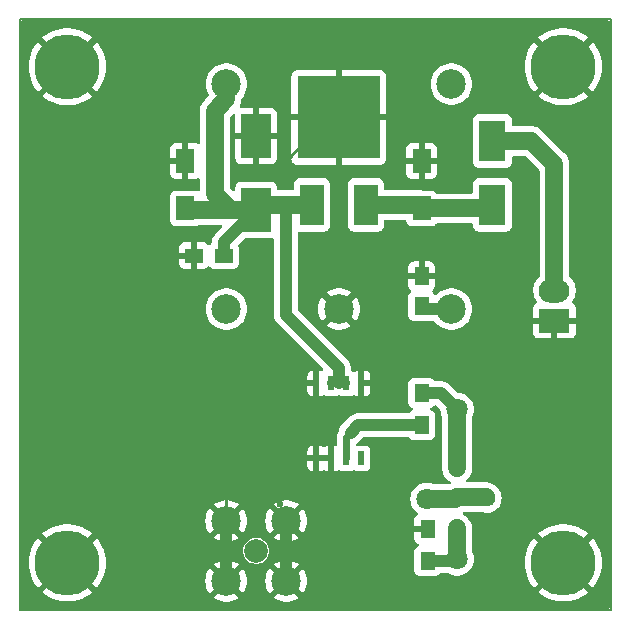
<source format=gbl>
G04 #@! TF.GenerationSoftware,KiCad,Pcbnew,8.0.4*
G04 #@! TF.CreationDate,2025-01-27T10:30:07+01:00*
G04 #@! TF.ProjectId,ocxo,6f63786f-2e6b-4696-9361-645f70636258,rev?*
G04 #@! TF.SameCoordinates,Original*
G04 #@! TF.FileFunction,Copper,L2,Bot*
G04 #@! TF.FilePolarity,Positive*
%FSLAX46Y46*%
G04 Gerber Fmt 4.6, Leading zero omitted, Abs format (unit mm)*
G04 Created by KiCad (PCBNEW 8.0.4) date 2025-01-27 10:30:07*
%MOMM*%
%LPD*%
G01*
G04 APERTURE LIST*
G04 #@! TA.AperFunction,ComponentPad*
%ADD10C,0.600000*%
G04 #@! TD*
G04 #@! TA.AperFunction,ComponentPad*
%ADD11C,5.500000*%
G04 #@! TD*
G04 #@! TA.AperFunction,SMDPad,CuDef*
%ADD12R,1.600000X2.000000*%
G04 #@! TD*
G04 #@! TA.AperFunction,SMDPad,CuDef*
%ADD13R,1.500000X1.250000*%
G04 #@! TD*
G04 #@! TA.AperFunction,SMDPad,CuDef*
%ADD14R,1.250000X1.500000*%
G04 #@! TD*
G04 #@! TA.AperFunction,SMDPad,CuDef*
%ADD15R,2.500000X3.750000*%
G04 #@! TD*
G04 #@! TA.AperFunction,ComponentPad*
%ADD16R,2.600000X2.000000*%
G04 #@! TD*
G04 #@! TA.AperFunction,ComponentPad*
%ADD17O,2.600000X2.000000*%
G04 #@! TD*
G04 #@! TA.AperFunction,ComponentPad*
%ADD18C,1.998980*%
G04 #@! TD*
G04 #@! TA.AperFunction,ComponentPad*
%ADD19C,2.499360*%
G04 #@! TD*
G04 #@! TA.AperFunction,ComponentPad*
%ADD20C,2.500000*%
G04 #@! TD*
G04 #@! TA.AperFunction,SMDPad,CuDef*
%ADD21R,1.300000X1.500000*%
G04 #@! TD*
G04 #@! TA.AperFunction,ComponentPad*
%ADD22C,1.800000*%
G04 #@! TD*
G04 #@! TA.AperFunction,SMDPad,CuDef*
%ADD23R,2.000000X3.500000*%
G04 #@! TD*
G04 #@! TA.AperFunction,SMDPad,CuDef*
%ADD24R,7.000000X7.000000*%
G04 #@! TD*
G04 #@! TA.AperFunction,SMDPad,CuDef*
%ADD25R,0.508000X1.143000*%
G04 #@! TD*
G04 #@! TA.AperFunction,ComponentPad*
%ADD26C,1.440000*%
G04 #@! TD*
G04 #@! TA.AperFunction,SMDPad,CuDef*
%ADD27R,2.300000X3.500000*%
G04 #@! TD*
G04 #@! TA.AperFunction,ViaPad*
%ADD28C,0.600000*%
G04 #@! TD*
G04 #@! TA.AperFunction,Conductor*
%ADD29C,1.500000*%
G04 #@! TD*
G04 #@! TA.AperFunction,Conductor*
%ADD30C,0.250000*%
G04 #@! TD*
G04 #@! TA.AperFunction,Conductor*
%ADD31C,1.000000*%
G04 #@! TD*
G04 #@! TA.AperFunction,Conductor*
%ADD32C,0.700000*%
G04 #@! TD*
G04 #@! TA.AperFunction,Conductor*
%ADD33C,0.600000*%
G04 #@! TD*
G04 #@! TA.AperFunction,Profile*
%ADD34C,0.150000*%
G04 #@! TD*
G04 APERTURE END LIST*
D10*
X122000000Y-94000000D03*
X121000000Y-94000000D03*
X120000000Y-94000000D03*
X119000000Y-94000000D03*
X118000000Y-94000000D03*
X117000000Y-94000000D03*
X116000000Y-94000000D03*
X115000000Y-94000000D03*
X114000000Y-94000000D03*
X113000000Y-94000000D03*
X112000000Y-94000000D03*
X111000000Y-94000000D03*
X122000000Y-93000000D03*
X121000000Y-93000000D03*
X120000000Y-93000000D03*
X119000000Y-93000000D03*
X118000000Y-93000000D03*
X117000000Y-93000000D03*
X116000000Y-93000000D03*
X115000000Y-93000000D03*
X114000000Y-93000000D03*
X113000000Y-93000000D03*
X112000000Y-93000000D03*
D11*
X126000000Y-91000000D03*
X84000000Y-49000000D03*
D10*
X129000000Y-87000000D03*
X128000000Y-87000000D03*
X129000000Y-86000000D03*
X128000000Y-86000000D03*
X129000000Y-85000000D03*
X128000000Y-85000000D03*
X129000000Y-84000000D03*
X128000000Y-84000000D03*
X129000000Y-83000000D03*
X128000000Y-83000000D03*
X129000000Y-82000000D03*
X128000000Y-82000000D03*
X129000000Y-81000000D03*
X128000000Y-81000000D03*
X129000000Y-80000000D03*
X128000000Y-80000000D03*
X129000000Y-79000000D03*
X128000000Y-79000000D03*
X129000000Y-78000000D03*
X128000000Y-78000000D03*
X129000000Y-77000000D03*
X128000000Y-77000000D03*
X129000000Y-76000000D03*
X128000000Y-76000000D03*
X129000000Y-75000000D03*
X128000000Y-75000000D03*
X129000000Y-74000000D03*
X128000000Y-74000000D03*
X129000000Y-73000000D03*
X128000000Y-73000000D03*
X129000000Y-72000000D03*
X128000000Y-72000000D03*
X129000000Y-71000000D03*
X128000000Y-71000000D03*
X129000000Y-70000000D03*
X128000000Y-70000000D03*
X129000000Y-69000000D03*
X128000000Y-69000000D03*
X129000000Y-68000000D03*
X128000000Y-68000000D03*
X129000000Y-67000000D03*
X128000000Y-67000000D03*
X129000000Y-66000000D03*
X128000000Y-66000000D03*
X129000000Y-65000000D03*
X128000000Y-65000000D03*
X129000000Y-64000000D03*
X128000000Y-64000000D03*
X129000000Y-63000000D03*
X128000000Y-63000000D03*
X129000000Y-62000000D03*
X128000000Y-62000000D03*
X129000000Y-61000000D03*
X128000000Y-61000000D03*
X129000000Y-60000000D03*
X128000000Y-60000000D03*
X129000000Y-59000000D03*
X128000000Y-59000000D03*
X129000000Y-58000000D03*
X128000000Y-58000000D03*
X129000000Y-57000000D03*
X128000000Y-57000000D03*
X129000000Y-56000000D03*
X128000000Y-56000000D03*
X129000000Y-55000000D03*
X128000000Y-55000000D03*
X129000000Y-54000000D03*
X128000000Y-54000000D03*
X129000000Y-53000000D03*
X128000000Y-53000000D03*
X122000000Y-47000000D03*
X121000000Y-47000000D03*
X120000000Y-47000000D03*
X119000000Y-47000000D03*
X118000000Y-47000000D03*
X117000000Y-47000000D03*
X116000000Y-47000000D03*
X115000000Y-47000000D03*
X114000000Y-47000000D03*
X113000000Y-47000000D03*
X112000000Y-47000000D03*
X111000000Y-47000000D03*
X110000000Y-47000000D03*
X109000000Y-47000000D03*
X108000000Y-47000000D03*
X107000000Y-47000000D03*
X106000000Y-47000000D03*
X105000000Y-47000000D03*
X104000000Y-47000000D03*
X103000000Y-47000000D03*
X102000000Y-47000000D03*
X101000000Y-47000000D03*
X100000000Y-47000000D03*
X99000000Y-47000000D03*
X98000000Y-47000000D03*
X97000000Y-47000000D03*
X96000000Y-47000000D03*
X95000000Y-47000000D03*
X94000000Y-47000000D03*
X93000000Y-47000000D03*
X92000000Y-47000000D03*
X91000000Y-47000000D03*
X90000000Y-47000000D03*
X89000000Y-47000000D03*
X88000000Y-47000000D03*
X122000000Y-46000000D03*
X121000000Y-46000000D03*
X120000000Y-46000000D03*
X119000000Y-46000000D03*
X118000000Y-46000000D03*
X117000000Y-46000000D03*
X116000000Y-46000000D03*
X115000000Y-46000000D03*
X114000000Y-46000000D03*
X113000000Y-46000000D03*
X112000000Y-46000000D03*
X111000000Y-46000000D03*
X110000000Y-46000000D03*
X109000000Y-46000000D03*
X108000000Y-46000000D03*
X107000000Y-46000000D03*
X106000000Y-46000000D03*
X105000000Y-46000000D03*
X104000000Y-46000000D03*
X103000000Y-46000000D03*
X102000000Y-46000000D03*
X101000000Y-46000000D03*
X100000000Y-46000000D03*
X99000000Y-46000000D03*
X98000000Y-46000000D03*
X97000000Y-46000000D03*
X96000000Y-46000000D03*
X95000000Y-46000000D03*
X94000000Y-46000000D03*
X93000000Y-46000000D03*
X92000000Y-46000000D03*
X91000000Y-46000000D03*
X90000000Y-46000000D03*
X89000000Y-46000000D03*
X88000000Y-46000000D03*
X128000000Y-87000000D03*
X128000000Y-86000000D03*
X128000000Y-85000000D03*
X128000000Y-84000000D03*
X128000000Y-83000000D03*
X128000000Y-82000000D03*
X128000000Y-81000000D03*
X128000000Y-80000000D03*
X128000000Y-79000000D03*
X128000000Y-78000000D03*
X128000000Y-77000000D03*
X128000000Y-76000000D03*
X128000000Y-75000000D03*
X128000000Y-74000000D03*
X95000000Y-94000000D03*
X94000000Y-94000000D03*
X93000000Y-94000000D03*
X92000000Y-94000000D03*
X91000000Y-94000000D03*
X90000000Y-94000000D03*
X89000000Y-94000000D03*
X88000000Y-94000000D03*
X95000000Y-93000000D03*
X94000000Y-93000000D03*
X93000000Y-93000000D03*
X92000000Y-93000000D03*
X91000000Y-93000000D03*
X90000000Y-93000000D03*
X89000000Y-93000000D03*
X88000000Y-93000000D03*
X111000000Y-94000000D03*
X110000000Y-94000000D03*
X109000000Y-94000000D03*
X108000000Y-94000000D03*
X107000000Y-94000000D03*
X106000000Y-94000000D03*
X105000000Y-94000000D03*
X111000000Y-93000000D03*
X110000000Y-93000000D03*
X109000000Y-93000000D03*
X108000000Y-93000000D03*
X107000000Y-93000000D03*
X106000000Y-93000000D03*
X105000000Y-93000000D03*
X82000000Y-87000000D03*
X81000000Y-87000000D03*
X82000000Y-86000000D03*
X81000000Y-86000000D03*
X82000000Y-85000000D03*
X81000000Y-85000000D03*
X82000000Y-84000000D03*
X81000000Y-84000000D03*
X82000000Y-83000000D03*
X81000000Y-83000000D03*
X82000000Y-82000000D03*
X81000000Y-82000000D03*
X82000000Y-81000000D03*
X81000000Y-81000000D03*
X82000000Y-80000000D03*
X81000000Y-80000000D03*
X82000000Y-79000000D03*
X81000000Y-79000000D03*
X82000000Y-78000000D03*
X81000000Y-78000000D03*
X82000000Y-77000000D03*
X81000000Y-77000000D03*
X82000000Y-76000000D03*
X81000000Y-76000000D03*
X82000000Y-75000000D03*
X81000000Y-75000000D03*
X82000000Y-74000000D03*
X81000000Y-74000000D03*
X82000000Y-73000000D03*
X81000000Y-73000000D03*
X82000000Y-72000000D03*
X81000000Y-72000000D03*
X82000000Y-71000000D03*
X81000000Y-71000000D03*
X82000000Y-70000000D03*
X81000000Y-70000000D03*
X82000000Y-69000000D03*
X81000000Y-69000000D03*
X82000000Y-68000000D03*
X81000000Y-68000000D03*
X82000000Y-67000000D03*
X81000000Y-67000000D03*
X82000000Y-66000000D03*
X81000000Y-66000000D03*
X82000000Y-65000000D03*
X81000000Y-65000000D03*
X82000000Y-64000000D03*
X81000000Y-64000000D03*
X82000000Y-63000000D03*
X81000000Y-63000000D03*
X82000000Y-62000000D03*
X81000000Y-62000000D03*
X82000000Y-61000000D03*
X81000000Y-61000000D03*
X82000000Y-60000000D03*
X81000000Y-60000000D03*
X82000000Y-59000000D03*
X81000000Y-59000000D03*
X82000000Y-58000000D03*
X81000000Y-58000000D03*
X82000000Y-57000000D03*
X81000000Y-57000000D03*
X82000000Y-56000000D03*
X81000000Y-56000000D03*
X82000000Y-55000000D03*
X81000000Y-55000000D03*
X82000000Y-54000000D03*
X81000000Y-54000000D03*
X82000000Y-53000000D03*
D12*
X114000000Y-61000000D03*
X114000000Y-57000000D03*
D13*
X97250000Y-65000000D03*
X94750000Y-65000000D03*
D12*
X94000000Y-61000000D03*
X94000000Y-57000000D03*
D14*
X114000000Y-69250000D03*
X114000000Y-66750000D03*
D15*
X100000000Y-61125000D03*
X100000000Y-54875000D03*
D16*
X125250000Y-70500000D03*
D17*
X125250000Y-67960000D03*
D11*
X126000000Y-49000000D03*
D18*
X100000000Y-90000000D03*
D19*
X102540000Y-87460000D03*
X102540000Y-92540000D03*
X97460000Y-92540000D03*
X97460000Y-87460000D03*
D11*
X84000000Y-91000000D03*
D20*
X97475000Y-50475000D03*
X116525000Y-50475000D03*
X116525000Y-69525000D03*
X97475000Y-69525000D03*
X107000000Y-69525000D03*
D21*
X114000000Y-79350000D03*
X114000000Y-76650000D03*
X114500000Y-90850000D03*
X114500000Y-88150000D03*
D22*
X117000000Y-78000000D03*
X114460000Y-85620000D03*
X117000000Y-90700000D03*
D23*
X109290000Y-60700000D03*
X104710000Y-60700000D03*
D24*
X106990000Y-53300000D03*
D25*
X105095000Y-82175000D03*
X106365000Y-82175000D03*
X107635000Y-82175000D03*
X108905000Y-82175000D03*
X108905000Y-75825000D03*
X107635000Y-75825000D03*
X106365000Y-75825000D03*
X105095000Y-75825000D03*
D26*
X117000000Y-83000000D03*
X119540000Y-85540000D03*
X117000000Y-88080000D03*
X117000000Y-88100000D03*
X117000000Y-85460000D03*
X117000000Y-83000000D03*
D27*
X120000000Y-60700000D03*
X120000000Y-55300000D03*
D10*
X81000000Y-53000000D03*
D28*
X97000000Y-85000000D03*
X97000000Y-84000000D03*
X96000000Y-83000000D03*
X95000000Y-82000000D03*
X95000000Y-81000000D03*
X95000000Y-80000000D03*
X95000000Y-79000000D03*
X95000000Y-78000000D03*
X95000000Y-77000000D03*
X95000000Y-76000000D03*
X95000000Y-75000000D03*
X95000000Y-74000000D03*
X95000000Y-73000000D03*
X95000000Y-72000000D03*
X95000000Y-71000000D03*
X95000000Y-70000000D03*
X95000000Y-69000000D03*
X95000000Y-68000000D03*
X96000000Y-67000000D03*
X97000000Y-67000000D03*
X98000000Y-67000000D03*
X99000000Y-67000000D03*
X100000000Y-68000000D03*
X100000000Y-69000000D03*
X100000000Y-70000000D03*
X100000000Y-71000000D03*
X100000000Y-72000000D03*
X100000000Y-73000000D03*
X100000000Y-74000000D03*
X100000000Y-75000000D03*
X100000000Y-76000000D03*
X100000000Y-77000000D03*
X100000000Y-78000000D03*
X100000000Y-79000000D03*
X100000000Y-80000000D03*
X101000000Y-81000000D03*
X102000000Y-82000000D03*
X102000000Y-83000000D03*
X102000000Y-84000000D03*
X102000000Y-85000000D03*
X102000000Y-86000000D03*
X102500000Y-57000000D03*
X102500000Y-55000000D03*
X102500000Y-53000000D03*
X102500000Y-51000000D03*
X102500000Y-49000000D03*
X104500000Y-49000000D03*
X106500000Y-49000000D03*
X108500000Y-49000000D03*
X110500000Y-49000000D03*
X111500000Y-51000000D03*
X111500000Y-53000000D03*
X111500000Y-55000000D03*
X111500000Y-57000000D03*
D29*
X114000000Y-61000000D02*
X119700000Y-61000000D01*
X119700000Y-61000000D02*
X120000000Y-60700000D01*
X114065000Y-60935000D02*
X114000000Y-61000000D01*
X109290000Y-60700000D02*
X113700000Y-60700000D01*
X113700000Y-60700000D02*
X114000000Y-61000000D01*
D30*
X126000000Y-49000000D02*
X126000000Y-51000000D01*
X97460000Y-85460000D02*
X97460000Y-87460000D01*
X97000000Y-85000000D02*
X97460000Y-85460000D01*
X96000000Y-83000000D02*
X97000000Y-84000000D01*
X95000000Y-81000000D02*
X95000000Y-82000000D01*
X95000000Y-79000000D02*
X95000000Y-80000000D01*
X95000000Y-77000000D02*
X95000000Y-78000000D01*
X95000000Y-75000000D02*
X95000000Y-76000000D01*
X95000000Y-73000000D02*
X95000000Y-74000000D01*
X95000000Y-71000000D02*
X95000000Y-72000000D01*
X95000000Y-69000000D02*
X95000000Y-70000000D01*
X96000000Y-67000000D02*
X95000000Y-68000000D01*
X98000000Y-67000000D02*
X97000000Y-67000000D01*
X100000000Y-68000000D02*
X99000000Y-67000000D01*
X100000000Y-70000000D02*
X100000000Y-69000000D01*
X100000000Y-72000000D02*
X100000000Y-71000000D01*
X100000000Y-74000000D02*
X100000000Y-73000000D01*
X100000000Y-76000000D02*
X100000000Y-75000000D01*
X100000000Y-78000000D02*
X100000000Y-77000000D01*
X100000000Y-80000000D02*
X100000000Y-79000000D01*
X102000000Y-82000000D02*
X101000000Y-81000000D01*
X102000000Y-84000000D02*
X102000000Y-83000000D01*
X102000000Y-86000000D02*
X102000000Y-85000000D01*
D31*
X97460000Y-92540000D02*
X97460000Y-87460000D01*
X102540000Y-92540000D02*
X102540000Y-87460000D01*
D30*
X106990000Y-53300000D02*
X106200000Y-53300000D01*
X106200000Y-53300000D02*
X102500000Y-57000000D01*
X102500000Y-55000000D02*
X102500000Y-53000000D01*
X102500000Y-51000000D02*
X102500000Y-49000000D01*
X104500000Y-49000000D02*
X106500000Y-49000000D01*
X108500000Y-49000000D02*
X110500000Y-49000000D01*
X111500000Y-51000000D02*
X111500000Y-53000000D01*
X111500000Y-55000000D02*
X111500000Y-57000000D01*
D31*
X107025000Y-69500000D02*
X107000000Y-69525000D01*
D30*
X126000000Y-91000000D02*
X126000000Y-89000000D01*
D31*
X97250000Y-65000000D02*
X97250000Y-63875000D01*
X97250000Y-63875000D02*
X100000000Y-61125000D01*
X107000000Y-75825000D02*
X107000000Y-74500000D01*
X102500000Y-70000000D02*
X102500000Y-60700000D01*
X107000000Y-74500000D02*
X102500000Y-70000000D01*
D32*
X107635000Y-75825000D02*
X107000000Y-75825000D01*
X107000000Y-75825000D02*
X106365000Y-75825000D01*
D29*
X98500000Y-61125000D02*
X94125000Y-61125000D01*
X94125000Y-61125000D02*
X94000000Y-61000000D01*
X97475000Y-50475000D02*
X97475000Y-51775000D01*
X97875000Y-61125000D02*
X98500000Y-61125000D01*
X98500000Y-61125000D02*
X100000000Y-61125000D01*
X96500000Y-59750000D02*
X97875000Y-61125000D01*
X96500000Y-52750000D02*
X96500000Y-59750000D01*
X97475000Y-51775000D02*
X96500000Y-52750000D01*
X104710000Y-60700000D02*
X102500000Y-60700000D01*
X102500000Y-60700000D02*
X100425000Y-60700000D01*
X100425000Y-60700000D02*
X100000000Y-61125000D01*
X117000000Y-85460000D02*
X119460000Y-85460000D01*
X114460000Y-85620000D02*
X116840000Y-85620000D01*
X116840000Y-85620000D02*
X117000000Y-85460000D01*
D31*
X114620000Y-85460000D02*
X114460000Y-85620000D01*
X119460000Y-85460000D02*
X119540000Y-85540000D01*
X116525000Y-69525000D02*
X114275000Y-69525000D01*
X114275000Y-69525000D02*
X114000000Y-69250000D01*
X116500000Y-69500000D02*
X116525000Y-69525000D01*
D29*
X125250000Y-67960000D02*
X125250000Y-57250000D01*
X123300000Y-55300000D02*
X120000000Y-55300000D01*
X125250000Y-57250000D02*
X123300000Y-55300000D01*
D33*
X107635000Y-82175000D02*
X107635000Y-80365000D01*
D31*
X108650000Y-79350000D02*
X108000000Y-80000000D01*
X108650000Y-79350000D02*
X114000000Y-79350000D01*
D33*
X107635000Y-80365000D02*
X108000000Y-80000000D01*
D29*
X117000000Y-83000000D02*
X117000000Y-78000000D01*
D31*
X114000000Y-76650000D02*
X115650000Y-76650000D01*
X115650000Y-76650000D02*
X117000000Y-78000000D01*
D29*
X117000000Y-88100000D02*
X117000000Y-90700000D01*
D31*
X114500000Y-90850000D02*
X116850000Y-90850000D01*
X116850000Y-90850000D02*
X117000000Y-90700000D01*
G04 #@! TA.AperFunction,Conductor*
G36*
X129866621Y-45095502D02*
G01*
X129913114Y-45149158D01*
X129924500Y-45201500D01*
X129924500Y-94798500D01*
X129904498Y-94866621D01*
X129850842Y-94913114D01*
X129798500Y-94924500D01*
X80201500Y-94924500D01*
X80133379Y-94904498D01*
X80086886Y-94850842D01*
X80075500Y-94798500D01*
X80075500Y-90999997D01*
X80737215Y-90999997D01*
X80737215Y-91000002D01*
X80756342Y-91352769D01*
X80813496Y-91701398D01*
X80813496Y-91701401D01*
X80908009Y-92041808D01*
X80908010Y-92041811D01*
X81038772Y-92369996D01*
X81038776Y-92370005D01*
X81204256Y-92682136D01*
X81204258Y-92682140D01*
X81402517Y-92974550D01*
X81523640Y-93117148D01*
X82703367Y-91937421D01*
X82779588Y-92042330D01*
X82957670Y-92220412D01*
X83062577Y-92296631D01*
X81879872Y-93479336D01*
X81879872Y-93479338D01*
X81887717Y-93486769D01*
X81887723Y-93486774D01*
X82168969Y-93700572D01*
X82471678Y-93882706D01*
X82792316Y-94031049D01*
X82792320Y-94031051D01*
X83127103Y-94143852D01*
X83127117Y-94143856D01*
X83472127Y-94219800D01*
X83472151Y-94219804D01*
X83823348Y-94257999D01*
X83823364Y-94258000D01*
X84176636Y-94258000D01*
X84176651Y-94257999D01*
X84527848Y-94219804D01*
X84527872Y-94219800D01*
X84872882Y-94143856D01*
X84872896Y-94143852D01*
X85207679Y-94031051D01*
X85207683Y-94031049D01*
X85528321Y-93882706D01*
X85831030Y-93700572D01*
X86112284Y-93486768D01*
X86120126Y-93479338D01*
X86120127Y-93479336D01*
X84937422Y-92296631D01*
X85042330Y-92220412D01*
X85220412Y-92042330D01*
X85296632Y-91937421D01*
X86476359Y-93117148D01*
X86597481Y-92974551D01*
X86795741Y-92682140D01*
X86795743Y-92682136D01*
X86871098Y-92540000D01*
X95697391Y-92540000D01*
X95717078Y-92802706D01*
X95775699Y-93059539D01*
X95775700Y-93059541D01*
X95871942Y-93304763D01*
X95871945Y-93304771D01*
X96003661Y-93532909D01*
X96049899Y-93590889D01*
X96049900Y-93590889D01*
X96857117Y-92783671D01*
X96883765Y-92848004D01*
X96954926Y-92954504D01*
X97045496Y-93045074D01*
X97151996Y-93116235D01*
X97216326Y-93142881D01*
X96408668Y-93950539D01*
X96408668Y-93950541D01*
X96578693Y-94066462D01*
X96578701Y-94066467D01*
X96816038Y-94180762D01*
X97067776Y-94258415D01*
X97067784Y-94258416D01*
X97328284Y-94297680D01*
X97591716Y-94297680D01*
X97852215Y-94258416D01*
X97852223Y-94258415D01*
X98103961Y-94180762D01*
X98341299Y-94066467D01*
X98341300Y-94066466D01*
X98511331Y-93950540D01*
X97703672Y-93142881D01*
X97768004Y-93116235D01*
X97874504Y-93045074D01*
X97965074Y-92954504D01*
X98036235Y-92848004D01*
X98062881Y-92783672D01*
X98870099Y-93590890D01*
X98870100Y-93590889D01*
X98916333Y-93532917D01*
X98916338Y-93532909D01*
X99048054Y-93304771D01*
X99048057Y-93304763D01*
X99144299Y-93059541D01*
X99144300Y-93059539D01*
X99202921Y-92802706D01*
X99222608Y-92540000D01*
X100777391Y-92540000D01*
X100797078Y-92802706D01*
X100855699Y-93059539D01*
X100855700Y-93059541D01*
X100951942Y-93304763D01*
X100951945Y-93304771D01*
X101083661Y-93532909D01*
X101129899Y-93590889D01*
X101129900Y-93590889D01*
X101937117Y-92783671D01*
X101963765Y-92848004D01*
X102034926Y-92954504D01*
X102125496Y-93045074D01*
X102231996Y-93116235D01*
X102296326Y-93142881D01*
X101488668Y-93950539D01*
X101488668Y-93950541D01*
X101658693Y-94066462D01*
X101658701Y-94066467D01*
X101896038Y-94180762D01*
X102147776Y-94258415D01*
X102147784Y-94258416D01*
X102408284Y-94297680D01*
X102671716Y-94297680D01*
X102932215Y-94258416D01*
X102932223Y-94258415D01*
X103183961Y-94180762D01*
X103421299Y-94066467D01*
X103421300Y-94066466D01*
X103591331Y-93950540D01*
X102783672Y-93142881D01*
X102848004Y-93116235D01*
X102954504Y-93045074D01*
X103045074Y-92954504D01*
X103116235Y-92848004D01*
X103142881Y-92783672D01*
X103950099Y-93590890D01*
X103950100Y-93590889D01*
X103996333Y-93532917D01*
X103996338Y-93532909D01*
X104128054Y-93304771D01*
X104128057Y-93304763D01*
X104224299Y-93059541D01*
X104224300Y-93059539D01*
X104282921Y-92802706D01*
X104302608Y-92540000D01*
X104282921Y-92277293D01*
X104224300Y-92020460D01*
X104224299Y-92020458D01*
X104128057Y-91775236D01*
X104128054Y-91775228D01*
X103996338Y-91547090D01*
X103996333Y-91547082D01*
X103950100Y-91489109D01*
X103950098Y-91489109D01*
X103142881Y-92296326D01*
X103116235Y-92231996D01*
X103045074Y-92125496D01*
X102954504Y-92034926D01*
X102848004Y-91963765D01*
X102783672Y-91937118D01*
X103591330Y-91129459D01*
X103591330Y-91129457D01*
X103421307Y-91013537D01*
X103421299Y-91013532D01*
X103183961Y-90899237D01*
X102932223Y-90821584D01*
X102932215Y-90821583D01*
X102671716Y-90782320D01*
X102408284Y-90782320D01*
X102147784Y-90821583D01*
X102147776Y-90821584D01*
X101896038Y-90899237D01*
X101658701Y-91013532D01*
X101658693Y-91013537D01*
X101488668Y-91129457D01*
X101488668Y-91129459D01*
X102296327Y-91937118D01*
X102231996Y-91963765D01*
X102125496Y-92034926D01*
X102034926Y-92125496D01*
X101963765Y-92231996D01*
X101937118Y-92296327D01*
X101129900Y-91489109D01*
X101129898Y-91489109D01*
X101083661Y-91547090D01*
X100951945Y-91775228D01*
X100951942Y-91775236D01*
X100855700Y-92020458D01*
X100855699Y-92020460D01*
X100797078Y-92277293D01*
X100777391Y-92540000D01*
X99222608Y-92540000D01*
X99202921Y-92277293D01*
X99144300Y-92020460D01*
X99144299Y-92020458D01*
X99048057Y-91775236D01*
X99048054Y-91775228D01*
X98916338Y-91547090D01*
X98916333Y-91547082D01*
X98870100Y-91489109D01*
X98870098Y-91489109D01*
X98062881Y-92296326D01*
X98036235Y-92231996D01*
X97965074Y-92125496D01*
X97874504Y-92034926D01*
X97768004Y-91963765D01*
X97703672Y-91937118D01*
X98511330Y-91129459D01*
X98511330Y-91129457D01*
X98341307Y-91013537D01*
X98341299Y-91013532D01*
X98103961Y-90899237D01*
X97852223Y-90821584D01*
X97852215Y-90821583D01*
X97591716Y-90782320D01*
X97328284Y-90782320D01*
X97067784Y-90821583D01*
X97067776Y-90821584D01*
X96816038Y-90899237D01*
X96578701Y-91013532D01*
X96578693Y-91013537D01*
X96408668Y-91129457D01*
X96408668Y-91129459D01*
X97216327Y-91937118D01*
X97151996Y-91963765D01*
X97045496Y-92034926D01*
X96954926Y-92125496D01*
X96883765Y-92231996D01*
X96857118Y-92296327D01*
X96049900Y-91489109D01*
X96049898Y-91489109D01*
X96003661Y-91547090D01*
X95871945Y-91775228D01*
X95871942Y-91775236D01*
X95775700Y-92020458D01*
X95775699Y-92020460D01*
X95717078Y-92277293D01*
X95697391Y-92540000D01*
X86871098Y-92540000D01*
X86961223Y-92370005D01*
X86961227Y-92369996D01*
X87091989Y-92041811D01*
X87091990Y-92041808D01*
X87186503Y-91701401D01*
X87186503Y-91701398D01*
X87243657Y-91352769D01*
X87262785Y-91000002D01*
X87262785Y-90999997D01*
X87243657Y-90647230D01*
X87186503Y-90298601D01*
X87186503Y-90298598D01*
X87103597Y-89999995D01*
X98896242Y-89999995D01*
X98896242Y-90000004D01*
X98915035Y-90202809D01*
X98915035Y-90202813D01*
X98967102Y-90385813D01*
X98970776Y-90398723D01*
X99061566Y-90581054D01*
X99061567Y-90581055D01*
X99184311Y-90743596D01*
X99334837Y-90880818D01*
X99334838Y-90880819D01*
X99508001Y-90988037D01*
X99508004Y-90988038D01*
X99508013Y-90988044D01*
X99573805Y-91013532D01*
X99697935Y-91061621D01*
X99697938Y-91061621D01*
X99697942Y-91061623D01*
X99898158Y-91099050D01*
X99898161Y-91099050D01*
X100101839Y-91099050D01*
X100101842Y-91099050D01*
X100302058Y-91061623D01*
X100302062Y-91061621D01*
X100302064Y-91061621D01*
X100350907Y-91042698D01*
X100491987Y-90988044D01*
X100665163Y-90880818D01*
X100815687Y-90743597D01*
X100938434Y-90581054D01*
X101029224Y-90398723D01*
X101084964Y-90202815D01*
X101103758Y-90000000D01*
X101102905Y-89990799D01*
X101090210Y-89853796D01*
X101084964Y-89797185D01*
X101029224Y-89601277D01*
X100938434Y-89418946D01*
X100886704Y-89350444D01*
X100815688Y-89256403D01*
X100665162Y-89119181D01*
X100665161Y-89119180D01*
X100491998Y-89011962D01*
X100491991Y-89011958D01*
X100491987Y-89011956D01*
X100484597Y-89009093D01*
X100302064Y-88938378D01*
X100266385Y-88931708D01*
X100101842Y-88900950D01*
X99898158Y-88900950D01*
X99768996Y-88925094D01*
X99697935Y-88938378D01*
X99508017Y-89011954D01*
X99508001Y-89011962D01*
X99334838Y-89119180D01*
X99334837Y-89119181D01*
X99184311Y-89256403D01*
X99061567Y-89418944D01*
X98970776Y-89601277D01*
X98970773Y-89601285D01*
X98915035Y-89797186D01*
X98915035Y-89797190D01*
X98896242Y-89999995D01*
X87103597Y-89999995D01*
X87091990Y-89958191D01*
X87091989Y-89958188D01*
X86961227Y-89630003D01*
X86961223Y-89629994D01*
X86795743Y-89317863D01*
X86795741Y-89317859D01*
X86597482Y-89025449D01*
X86476358Y-88882850D01*
X85296631Y-90062577D01*
X85220412Y-89957670D01*
X85042330Y-89779588D01*
X84937421Y-89703367D01*
X86120126Y-88520662D01*
X86120126Y-88520660D01*
X86112282Y-88513230D01*
X86112276Y-88513225D01*
X85831030Y-88299427D01*
X85528321Y-88117293D01*
X85207683Y-87968950D01*
X85207679Y-87968948D01*
X84872896Y-87856147D01*
X84872882Y-87856143D01*
X84527872Y-87780199D01*
X84527848Y-87780195D01*
X84176651Y-87742000D01*
X83823348Y-87742000D01*
X83472151Y-87780195D01*
X83472127Y-87780199D01*
X83127117Y-87856143D01*
X83127103Y-87856147D01*
X82792320Y-87968948D01*
X82792316Y-87968950D01*
X82471678Y-88117293D01*
X82168969Y-88299427D01*
X81887719Y-88513228D01*
X81887713Y-88513233D01*
X81879871Y-88520661D01*
X83062577Y-89703367D01*
X82957670Y-89779588D01*
X82779588Y-89957670D01*
X82703367Y-90062577D01*
X81523640Y-88882850D01*
X81402517Y-89025449D01*
X81204258Y-89317859D01*
X81204256Y-89317863D01*
X81038776Y-89629994D01*
X81038772Y-89630003D01*
X80908010Y-89958188D01*
X80908009Y-89958191D01*
X80813496Y-90298598D01*
X80813496Y-90298601D01*
X80756342Y-90647230D01*
X80737215Y-90999997D01*
X80075500Y-90999997D01*
X80075500Y-87460000D01*
X95697391Y-87460000D01*
X95717078Y-87722706D01*
X95775699Y-87979539D01*
X95775700Y-87979541D01*
X95871942Y-88224763D01*
X95871945Y-88224771D01*
X96003661Y-88452909D01*
X96049899Y-88510889D01*
X96049900Y-88510889D01*
X96857117Y-87703671D01*
X96883765Y-87768004D01*
X96954926Y-87874504D01*
X97045496Y-87965074D01*
X97151996Y-88036235D01*
X97216326Y-88062881D01*
X96408668Y-88870539D01*
X96408668Y-88870541D01*
X96578693Y-88986462D01*
X96578701Y-88986467D01*
X96816038Y-89100762D01*
X97067776Y-89178415D01*
X97067784Y-89178416D01*
X97328284Y-89217680D01*
X97591716Y-89217680D01*
X97852215Y-89178416D01*
X97852223Y-89178415D01*
X98103961Y-89100762D01*
X98341299Y-88986467D01*
X98341300Y-88986466D01*
X98511331Y-88870540D01*
X97703672Y-88062881D01*
X97768004Y-88036235D01*
X97874504Y-87965074D01*
X97965074Y-87874504D01*
X98036235Y-87768004D01*
X98062881Y-87703672D01*
X98870099Y-88510890D01*
X98870100Y-88510889D01*
X98916333Y-88452917D01*
X98916338Y-88452909D01*
X99048054Y-88224771D01*
X99048057Y-88224763D01*
X99144299Y-87979541D01*
X99144300Y-87979539D01*
X99202921Y-87722706D01*
X99222608Y-87460000D01*
X100777391Y-87460000D01*
X100797078Y-87722706D01*
X100855699Y-87979539D01*
X100855700Y-87979541D01*
X100951942Y-88224763D01*
X100951945Y-88224771D01*
X101083661Y-88452909D01*
X101129899Y-88510889D01*
X101129900Y-88510889D01*
X101937117Y-87703671D01*
X101963765Y-87768004D01*
X102034926Y-87874504D01*
X102125496Y-87965074D01*
X102231996Y-88036235D01*
X102296326Y-88062881D01*
X101488668Y-88870539D01*
X101488668Y-88870541D01*
X101658693Y-88986462D01*
X101658701Y-88986467D01*
X101896038Y-89100762D01*
X102147776Y-89178415D01*
X102147784Y-89178416D01*
X102408284Y-89217680D01*
X102671716Y-89217680D01*
X102932215Y-89178416D01*
X102932223Y-89178415D01*
X103183961Y-89100762D01*
X103421299Y-88986467D01*
X103421300Y-88986466D01*
X103591331Y-88870540D01*
X102783672Y-88062881D01*
X102848004Y-88036235D01*
X102954504Y-87965074D01*
X103045074Y-87874504D01*
X103116235Y-87768004D01*
X103142881Y-87703672D01*
X103950099Y-88510890D01*
X103950100Y-88510889D01*
X103996333Y-88452917D01*
X103996338Y-88452909D01*
X104128054Y-88224771D01*
X104128057Y-88224763D01*
X104224299Y-87979541D01*
X104224300Y-87979539D01*
X104282921Y-87722706D01*
X104302608Y-87460000D01*
X104282921Y-87197293D01*
X104224300Y-86940460D01*
X104224299Y-86940458D01*
X104128057Y-86695236D01*
X104128054Y-86695228D01*
X103996338Y-86467090D01*
X103996333Y-86467082D01*
X103950100Y-86409109D01*
X103950098Y-86409109D01*
X103142881Y-87216326D01*
X103116235Y-87151996D01*
X103045074Y-87045496D01*
X102954504Y-86954926D01*
X102848004Y-86883765D01*
X102783672Y-86857118D01*
X103591330Y-86049459D01*
X103591330Y-86049457D01*
X103421307Y-85933537D01*
X103421299Y-85933532D01*
X103183961Y-85819237D01*
X102932223Y-85741584D01*
X102932215Y-85741583D01*
X102671716Y-85702320D01*
X102408284Y-85702320D01*
X102147784Y-85741583D01*
X102147776Y-85741584D01*
X101896038Y-85819237D01*
X101658701Y-85933532D01*
X101658693Y-85933537D01*
X101488668Y-86049457D01*
X101488668Y-86049459D01*
X102296327Y-86857118D01*
X102231996Y-86883765D01*
X102125496Y-86954926D01*
X102034926Y-87045496D01*
X101963765Y-87151996D01*
X101937118Y-87216327D01*
X101129900Y-86409109D01*
X101129898Y-86409109D01*
X101083661Y-86467090D01*
X100951945Y-86695228D01*
X100951942Y-86695236D01*
X100855700Y-86940458D01*
X100855699Y-86940460D01*
X100797078Y-87197293D01*
X100777391Y-87460000D01*
X99222608Y-87460000D01*
X99202921Y-87197293D01*
X99144300Y-86940460D01*
X99144299Y-86940458D01*
X99048057Y-86695236D01*
X99048054Y-86695228D01*
X98916338Y-86467090D01*
X98916333Y-86467082D01*
X98870100Y-86409109D01*
X98870098Y-86409109D01*
X98062881Y-87216326D01*
X98036235Y-87151996D01*
X97965074Y-87045496D01*
X97874504Y-86954926D01*
X97768004Y-86883765D01*
X97703672Y-86857118D01*
X98511330Y-86049459D01*
X98511330Y-86049457D01*
X98341307Y-85933537D01*
X98341299Y-85933532D01*
X98103961Y-85819237D01*
X97852223Y-85741584D01*
X97852215Y-85741583D01*
X97591716Y-85702320D01*
X97328284Y-85702320D01*
X97067784Y-85741583D01*
X97067776Y-85741584D01*
X96816038Y-85819237D01*
X96578701Y-85933532D01*
X96578693Y-85933537D01*
X96408668Y-86049457D01*
X96408668Y-86049459D01*
X97216327Y-86857118D01*
X97151996Y-86883765D01*
X97045496Y-86954926D01*
X96954926Y-87045496D01*
X96883765Y-87151996D01*
X96857118Y-87216327D01*
X96049900Y-86409109D01*
X96049898Y-86409109D01*
X96003661Y-86467090D01*
X95871945Y-86695228D01*
X95871942Y-86695236D01*
X95775700Y-86940458D01*
X95775699Y-86940460D01*
X95717078Y-87197293D01*
X95697391Y-87460000D01*
X80075500Y-87460000D01*
X80075500Y-82795097D01*
X104333000Y-82795097D01*
X104339505Y-82855593D01*
X104390555Y-82992464D01*
X104390555Y-82992465D01*
X104478095Y-83109404D01*
X104595034Y-83196944D01*
X104731906Y-83247994D01*
X104792402Y-83254499D01*
X104792415Y-83254500D01*
X104841000Y-83254500D01*
X105349000Y-83254500D01*
X105397585Y-83254500D01*
X105397597Y-83254499D01*
X105458093Y-83247994D01*
X105594963Y-83196945D01*
X105654490Y-83152383D01*
X105721010Y-83127572D01*
X105790385Y-83142663D01*
X105805510Y-83152383D01*
X105865036Y-83196945D01*
X106001906Y-83247994D01*
X106062402Y-83254499D01*
X106062415Y-83254500D01*
X106111000Y-83254500D01*
X106111000Y-82429000D01*
X105349000Y-82429000D01*
X105349000Y-83254500D01*
X104841000Y-83254500D01*
X104841000Y-82429000D01*
X104333000Y-82429000D01*
X104333000Y-82795097D01*
X80075500Y-82795097D01*
X80075500Y-81554902D01*
X104333000Y-81554902D01*
X104333000Y-81921000D01*
X104841000Y-81921000D01*
X105349000Y-81921000D01*
X106111000Y-81921000D01*
X106111000Y-81095500D01*
X106619000Y-81095500D01*
X106619000Y-83254500D01*
X106667585Y-83254500D01*
X106667597Y-83254499D01*
X106728093Y-83247994D01*
X106864963Y-83196944D01*
X106924071Y-83152696D01*
X106990591Y-83127884D01*
X107059966Y-83142974D01*
X107075091Y-83152695D01*
X107134792Y-83197387D01*
X107134794Y-83197388D01*
X107134796Y-83197389D01*
X107193875Y-83219424D01*
X107271795Y-83248488D01*
X107271803Y-83248490D01*
X107332350Y-83254999D01*
X107332355Y-83254999D01*
X107332362Y-83255000D01*
X107332368Y-83255000D01*
X107937632Y-83255000D01*
X107937638Y-83255000D01*
X107937645Y-83254999D01*
X107937649Y-83254999D01*
X107998196Y-83248490D01*
X107998199Y-83248489D01*
X107998201Y-83248489D01*
X108135204Y-83197389D01*
X108194490Y-83153008D01*
X108261010Y-83128196D01*
X108330384Y-83143287D01*
X108345510Y-83153008D01*
X108404791Y-83197386D01*
X108404793Y-83197387D01*
X108404796Y-83197389D01*
X108463875Y-83219424D01*
X108541795Y-83248488D01*
X108541803Y-83248490D01*
X108602350Y-83254999D01*
X108602355Y-83254999D01*
X108602362Y-83255000D01*
X108602368Y-83255000D01*
X109207632Y-83255000D01*
X109207638Y-83255000D01*
X109207645Y-83254999D01*
X109207649Y-83254999D01*
X109268196Y-83248490D01*
X109268199Y-83248489D01*
X109268201Y-83248489D01*
X109405204Y-83197389D01*
X109405799Y-83196944D01*
X109522261Y-83109761D01*
X109609887Y-82992707D01*
X109609887Y-82992706D01*
X109609889Y-82992704D01*
X109660989Y-82855701D01*
X109667500Y-82795138D01*
X109667500Y-81554862D01*
X109661001Y-81494406D01*
X109660990Y-81494303D01*
X109660988Y-81494295D01*
X109609978Y-81357535D01*
X109609889Y-81357296D01*
X109609888Y-81357294D01*
X109609887Y-81357292D01*
X109522261Y-81240238D01*
X109405207Y-81152612D01*
X109405202Y-81152610D01*
X109268204Y-81101511D01*
X109268196Y-81101509D01*
X109207649Y-81095000D01*
X109207638Y-81095000D01*
X108602362Y-81095000D01*
X108602356Y-81095000D01*
X108598989Y-81095181D01*
X108598912Y-81093747D01*
X108534677Y-81082138D01*
X108482730Y-81033744D01*
X108465193Y-80964948D01*
X108487634Y-80897591D01*
X108521106Y-80864719D01*
X108642881Y-80783353D01*
X109030831Y-80395404D01*
X109093143Y-80361379D01*
X109119926Y-80358500D01*
X112845245Y-80358500D01*
X112913366Y-80378502D01*
X112946113Y-80408991D01*
X112986738Y-80463261D01*
X113103792Y-80550887D01*
X113103794Y-80550888D01*
X113103796Y-80550889D01*
X113162875Y-80572924D01*
X113240795Y-80601988D01*
X113240803Y-80601990D01*
X113301350Y-80608499D01*
X113301355Y-80608499D01*
X113301362Y-80608500D01*
X113301368Y-80608500D01*
X114698632Y-80608500D01*
X114698638Y-80608500D01*
X114698645Y-80608499D01*
X114698649Y-80608499D01*
X114759196Y-80601990D01*
X114759199Y-80601989D01*
X114759201Y-80601989D01*
X114896204Y-80550889D01*
X115013261Y-80463261D01*
X115089529Y-80361379D01*
X115100887Y-80346207D01*
X115100887Y-80346206D01*
X115100889Y-80346204D01*
X115151989Y-80209201D01*
X115158500Y-80148638D01*
X115158500Y-78551362D01*
X115158499Y-78551350D01*
X115151990Y-78490803D01*
X115151988Y-78490795D01*
X115100889Y-78353797D01*
X115100887Y-78353792D01*
X115013261Y-78236738D01*
X114896207Y-78149112D01*
X114896203Y-78149110D01*
X114812941Y-78118055D01*
X114756105Y-78075509D01*
X114731295Y-78008988D01*
X114746387Y-77939614D01*
X114796589Y-77889412D01*
X114812941Y-77881945D01*
X114840924Y-77871507D01*
X114896204Y-77850889D01*
X115013261Y-77763261D01*
X115053887Y-77708991D01*
X115110722Y-77666444D01*
X115154755Y-77658500D01*
X115180076Y-77658500D01*
X115248197Y-77678502D01*
X115269171Y-77695405D01*
X115555178Y-77981412D01*
X115589204Y-78043724D01*
X115591653Y-78060101D01*
X115605950Y-78232633D01*
X115663249Y-78458903D01*
X115663252Y-78458910D01*
X115730887Y-78613101D01*
X115741500Y-78663715D01*
X115741500Y-83099046D01*
X115772488Y-83294700D01*
X115833702Y-83483097D01*
X115833703Y-83483098D01*
X115923636Y-83659601D01*
X116040071Y-83819860D01*
X116180139Y-83959928D01*
X116225642Y-83992988D01*
X116340402Y-84076366D01*
X116421589Y-84117732D01*
X116473204Y-84166480D01*
X116490270Y-84235395D01*
X116467370Y-84302596D01*
X116421599Y-84342261D01*
X116413931Y-84346168D01*
X116410803Y-84347762D01*
X116353592Y-84361500D01*
X115125763Y-84361500D01*
X115065795Y-84346314D01*
X115027727Y-84325713D01*
X115027724Y-84325712D01*
X115027723Y-84325711D01*
X114806955Y-84249921D01*
X114806948Y-84249919D01*
X114702486Y-84232488D01*
X114576712Y-84211500D01*
X114343288Y-84211500D01*
X114232423Y-84230000D01*
X114113051Y-84249919D01*
X114113044Y-84249921D01*
X113892276Y-84325711D01*
X113892273Y-84325713D01*
X113686985Y-84436809D01*
X113686983Y-84436810D01*
X113502778Y-84580182D01*
X113502774Y-84580186D01*
X113344685Y-84751916D01*
X113217015Y-84947331D01*
X113123252Y-85161089D01*
X113123249Y-85161096D01*
X113065950Y-85387366D01*
X113065949Y-85387372D01*
X113065949Y-85387374D01*
X113046673Y-85620000D01*
X113063182Y-85819237D01*
X113065950Y-85852633D01*
X113123249Y-86078903D01*
X113123252Y-86078910D01*
X113217015Y-86292668D01*
X113344685Y-86488083D01*
X113502774Y-86659813D01*
X113502778Y-86659817D01*
X113552889Y-86698820D01*
X113590058Y-86727750D01*
X113611917Y-86744763D01*
X113653388Y-86802388D01*
X113657122Y-86873287D01*
X113621932Y-86934949D01*
X113610036Y-86945063D01*
X113487094Y-87037097D01*
X113399555Y-87154034D01*
X113399555Y-87154035D01*
X113348505Y-87290906D01*
X113342000Y-87351402D01*
X113342000Y-87896000D01*
X114628000Y-87896000D01*
X114696121Y-87916002D01*
X114742614Y-87969658D01*
X114754000Y-88022000D01*
X114754000Y-88278000D01*
X114733998Y-88346121D01*
X114680342Y-88392614D01*
X114628000Y-88404000D01*
X113342000Y-88404000D01*
X113342000Y-88948597D01*
X113348505Y-89009093D01*
X113399555Y-89145964D01*
X113399555Y-89145965D01*
X113487095Y-89262904D01*
X113604034Y-89350444D01*
X113687773Y-89381677D01*
X113744609Y-89424224D01*
X113769420Y-89490744D01*
X113754329Y-89560118D01*
X113704126Y-89610321D01*
X113687774Y-89617788D01*
X113603797Y-89649110D01*
X113603792Y-89649112D01*
X113486738Y-89736738D01*
X113399112Y-89853792D01*
X113399110Y-89853797D01*
X113348011Y-89990795D01*
X113348009Y-89990803D01*
X113341500Y-90051350D01*
X113341500Y-91648649D01*
X113348009Y-91709196D01*
X113348011Y-91709204D01*
X113399110Y-91846202D01*
X113399112Y-91846207D01*
X113486738Y-91963261D01*
X113603792Y-92050887D01*
X113603794Y-92050888D01*
X113603796Y-92050889D01*
X113655243Y-92070078D01*
X113740795Y-92101988D01*
X113740803Y-92101990D01*
X113801350Y-92108499D01*
X113801355Y-92108499D01*
X113801362Y-92108500D01*
X113801368Y-92108500D01*
X115198632Y-92108500D01*
X115198638Y-92108500D01*
X115198645Y-92108499D01*
X115198649Y-92108499D01*
X115259196Y-92101990D01*
X115259199Y-92101989D01*
X115259201Y-92101989D01*
X115396204Y-92050889D01*
X115407638Y-92042330D01*
X115513261Y-91963261D01*
X115553887Y-91908991D01*
X115610722Y-91866444D01*
X115654755Y-91858500D01*
X116152006Y-91858500D01*
X116220127Y-91878502D01*
X116223907Y-91881179D01*
X116226972Y-91883181D01*
X116226983Y-91883190D01*
X116432273Y-91994287D01*
X116653049Y-92070080D01*
X116883288Y-92108500D01*
X116883292Y-92108500D01*
X117116708Y-92108500D01*
X117116712Y-92108500D01*
X117346951Y-92070080D01*
X117567727Y-91994287D01*
X117773017Y-91883190D01*
X117957220Y-91739818D01*
X117985403Y-91709204D01*
X118115314Y-91568083D01*
X118166910Y-91489109D01*
X118242984Y-91372669D01*
X118336749Y-91158907D01*
X118376990Y-90999997D01*
X122737215Y-90999997D01*
X122737215Y-91000002D01*
X122756342Y-91352769D01*
X122813496Y-91701398D01*
X122813496Y-91701401D01*
X122908009Y-92041808D01*
X122908010Y-92041811D01*
X123038772Y-92369996D01*
X123038776Y-92370005D01*
X123204256Y-92682136D01*
X123204258Y-92682140D01*
X123402517Y-92974550D01*
X123523640Y-93117148D01*
X124703367Y-91937421D01*
X124779588Y-92042330D01*
X124957670Y-92220412D01*
X125062577Y-92296631D01*
X123879872Y-93479336D01*
X123879872Y-93479338D01*
X123887717Y-93486769D01*
X123887723Y-93486774D01*
X124168969Y-93700572D01*
X124471678Y-93882706D01*
X124792316Y-94031049D01*
X124792320Y-94031051D01*
X125127103Y-94143852D01*
X125127117Y-94143856D01*
X125472127Y-94219800D01*
X125472151Y-94219804D01*
X125823348Y-94257999D01*
X125823364Y-94258000D01*
X126176636Y-94258000D01*
X126176651Y-94257999D01*
X126527848Y-94219804D01*
X126527872Y-94219800D01*
X126872882Y-94143856D01*
X126872896Y-94143852D01*
X127207679Y-94031051D01*
X127207683Y-94031049D01*
X127528321Y-93882706D01*
X127831030Y-93700572D01*
X128112284Y-93486768D01*
X128120126Y-93479338D01*
X128120127Y-93479336D01*
X126937422Y-92296631D01*
X127042330Y-92220412D01*
X127220412Y-92042330D01*
X127296632Y-91937421D01*
X128476359Y-93117148D01*
X128597481Y-92974551D01*
X128795741Y-92682140D01*
X128795743Y-92682136D01*
X128961223Y-92370005D01*
X128961227Y-92369996D01*
X129091989Y-92041811D01*
X129091990Y-92041808D01*
X129186503Y-91701401D01*
X129186503Y-91701398D01*
X129243657Y-91352769D01*
X129262785Y-91000002D01*
X129262785Y-90999997D01*
X129243657Y-90647230D01*
X129186503Y-90298601D01*
X129186503Y-90298598D01*
X129091990Y-89958191D01*
X129091989Y-89958188D01*
X128961227Y-89630003D01*
X128961223Y-89629994D01*
X128795743Y-89317863D01*
X128795741Y-89317859D01*
X128597482Y-89025449D01*
X128476358Y-88882850D01*
X127296631Y-90062577D01*
X127220412Y-89957670D01*
X127042330Y-89779588D01*
X126937421Y-89703367D01*
X128120126Y-88520662D01*
X128120126Y-88520660D01*
X128112282Y-88513230D01*
X128112276Y-88513225D01*
X127831030Y-88299427D01*
X127528321Y-88117293D01*
X127207683Y-87968950D01*
X127207679Y-87968948D01*
X126872896Y-87856147D01*
X126872882Y-87856143D01*
X126527872Y-87780199D01*
X126527848Y-87780195D01*
X126176651Y-87742000D01*
X125823348Y-87742000D01*
X125472151Y-87780195D01*
X125472127Y-87780199D01*
X125127117Y-87856143D01*
X125127103Y-87856147D01*
X124792320Y-87968948D01*
X124792316Y-87968950D01*
X124471678Y-88117293D01*
X124168969Y-88299427D01*
X123887719Y-88513228D01*
X123887713Y-88513233D01*
X123879871Y-88520661D01*
X125062577Y-89703367D01*
X124957670Y-89779588D01*
X124779588Y-89957670D01*
X124703367Y-90062577D01*
X123523640Y-88882850D01*
X123402517Y-89025449D01*
X123204258Y-89317859D01*
X123204256Y-89317863D01*
X123038776Y-89629994D01*
X123038772Y-89630003D01*
X122908010Y-89958188D01*
X122908009Y-89958191D01*
X122813496Y-90298598D01*
X122813496Y-90298601D01*
X122756342Y-90647230D01*
X122737215Y-90999997D01*
X118376990Y-90999997D01*
X118394051Y-90932626D01*
X118413327Y-90700000D01*
X118394051Y-90467374D01*
X118336749Y-90241093D01*
X118269113Y-90086898D01*
X118258500Y-90036284D01*
X118258500Y-88000957D01*
X118258500Y-88000954D01*
X118227512Y-87805300D01*
X118166298Y-87616903D01*
X118076366Y-87440402D01*
X117959930Y-87280142D01*
X117959928Y-87280139D01*
X117819860Y-87140071D01*
X117659601Y-87023636D01*
X117659600Y-87023635D01*
X117659598Y-87023634D01*
X117528361Y-86956765D01*
X117476748Y-86908019D01*
X117459682Y-86839104D01*
X117482583Y-86771902D01*
X117538180Y-86727750D01*
X117585566Y-86718500D01*
X119175073Y-86718500D01*
X119207683Y-86722792D01*
X119325858Y-86754458D01*
X119540000Y-86773193D01*
X119754142Y-86754458D01*
X119961777Y-86698822D01*
X120156597Y-86607976D01*
X120332681Y-86484681D01*
X120484681Y-86332681D01*
X120607976Y-86156597D01*
X120698822Y-85961777D01*
X120754458Y-85754142D01*
X120773193Y-85540000D01*
X120754458Y-85325858D01*
X120698822Y-85118223D01*
X120607976Y-84923404D01*
X120580210Y-84883751D01*
X120571159Y-84868685D01*
X120536367Y-84800404D01*
X120536367Y-84800403D01*
X120419928Y-84640139D01*
X120279860Y-84500071D01*
X120119601Y-84383636D01*
X120119600Y-84383635D01*
X120119598Y-84383634D01*
X119943097Y-84293702D01*
X119754700Y-84232488D01*
X119559046Y-84201500D01*
X119559043Y-84201500D01*
X117875153Y-84201500D01*
X117807032Y-84181498D01*
X117760539Y-84127842D01*
X117750435Y-84057568D01*
X117779929Y-83992988D01*
X117801092Y-83973564D01*
X117819858Y-83959930D01*
X117959930Y-83819858D01*
X118076366Y-83659598D01*
X118166298Y-83483097D01*
X118227512Y-83294700D01*
X118258500Y-83099046D01*
X118258500Y-78663715D01*
X118269113Y-78613101D01*
X118289490Y-78566646D01*
X118336749Y-78458907D01*
X118394051Y-78232626D01*
X118413327Y-78000000D01*
X118394051Y-77767374D01*
X118393009Y-77763261D01*
X118336750Y-77541096D01*
X118336747Y-77541089D01*
X118322757Y-77509196D01*
X118242984Y-77327331D01*
X118115314Y-77131916D01*
X117957225Y-76960186D01*
X117957221Y-76960182D01*
X117865118Y-76888496D01*
X117773017Y-76816810D01*
X117567727Y-76705713D01*
X117567724Y-76705712D01*
X117567723Y-76705711D01*
X117346955Y-76629921D01*
X117346948Y-76629919D01*
X117248411Y-76613476D01*
X117116712Y-76591500D01*
X117116708Y-76591500D01*
X117069924Y-76591500D01*
X117001803Y-76571498D01*
X116980829Y-76554595D01*
X116292883Y-75866649D01*
X116292881Y-75866647D01*
X116127704Y-75756279D01*
X115944169Y-75680256D01*
X115749331Y-75641500D01*
X115749329Y-75641500D01*
X115154755Y-75641500D01*
X115086634Y-75621498D01*
X115053887Y-75591009D01*
X115013261Y-75536738D01*
X114896207Y-75449112D01*
X114896202Y-75449110D01*
X114759204Y-75398011D01*
X114759196Y-75398009D01*
X114698649Y-75391500D01*
X114698638Y-75391500D01*
X113301362Y-75391500D01*
X113301350Y-75391500D01*
X113240803Y-75398009D01*
X113240795Y-75398011D01*
X113103797Y-75449110D01*
X113103792Y-75449112D01*
X112986738Y-75536738D01*
X112899112Y-75653792D01*
X112899110Y-75653797D01*
X112848011Y-75790795D01*
X112848009Y-75790803D01*
X112841500Y-75851350D01*
X112841500Y-77448649D01*
X112848009Y-77509196D01*
X112848011Y-77509204D01*
X112899110Y-77646202D01*
X112899112Y-77646207D01*
X112986738Y-77763261D01*
X113103792Y-77850887D01*
X113103794Y-77850888D01*
X113103796Y-77850889D01*
X113137018Y-77863280D01*
X113187058Y-77881945D01*
X113243894Y-77924492D01*
X113268704Y-77991012D01*
X113253612Y-78060386D01*
X113203410Y-78110588D01*
X113187058Y-78118055D01*
X113103797Y-78149110D01*
X113103792Y-78149112D01*
X112986738Y-78236738D01*
X112946113Y-78291009D01*
X112889278Y-78333556D01*
X112845245Y-78341500D01*
X108550668Y-78341500D01*
X108355830Y-78380256D01*
X108355824Y-78380258D01*
X108302075Y-78402522D01*
X108172295Y-78456278D01*
X108007119Y-78566645D01*
X107216645Y-79357121D01*
X107216644Y-79357123D01*
X107106279Y-79522296D01*
X107030257Y-79705828D01*
X107030256Y-79705829D01*
X107004281Y-79836411D01*
X106985468Y-79881829D01*
X106918515Y-79982033D01*
X106888043Y-80055600D01*
X106857572Y-80129163D01*
X106857570Y-80129168D01*
X106826500Y-80285367D01*
X106826500Y-80972312D01*
X106806498Y-81040433D01*
X106752842Y-81086926D01*
X106687030Y-81097590D01*
X106667597Y-81095500D01*
X106619000Y-81095500D01*
X106111000Y-81095500D01*
X106062402Y-81095500D01*
X106001906Y-81102005D01*
X105865035Y-81153055D01*
X105865034Y-81153056D01*
X105805509Y-81197616D01*
X105738989Y-81222427D01*
X105669614Y-81207335D01*
X105654491Y-81197616D01*
X105594965Y-81153056D01*
X105594964Y-81153055D01*
X105458093Y-81102005D01*
X105397597Y-81095500D01*
X105349000Y-81095500D01*
X105349000Y-81921000D01*
X104841000Y-81921000D01*
X104841000Y-81095500D01*
X104792402Y-81095500D01*
X104731906Y-81102005D01*
X104595035Y-81153055D01*
X104595034Y-81153055D01*
X104478095Y-81240595D01*
X104390555Y-81357534D01*
X104390555Y-81357535D01*
X104339505Y-81494406D01*
X104333000Y-81554902D01*
X80075500Y-81554902D01*
X80075500Y-76445097D01*
X104333000Y-76445097D01*
X104339505Y-76505593D01*
X104390555Y-76642464D01*
X104390555Y-76642465D01*
X104478095Y-76759404D01*
X104595034Y-76846944D01*
X104731906Y-76897994D01*
X104792402Y-76904499D01*
X104792415Y-76904500D01*
X104841000Y-76904500D01*
X104841000Y-76079000D01*
X104333000Y-76079000D01*
X104333000Y-76445097D01*
X80075500Y-76445097D01*
X80075500Y-75204902D01*
X104333000Y-75204902D01*
X104333000Y-75571000D01*
X104841000Y-75571000D01*
X104841000Y-74745500D01*
X104792402Y-74745500D01*
X104731906Y-74752005D01*
X104595035Y-74803055D01*
X104595034Y-74803055D01*
X104478095Y-74890595D01*
X104390555Y-75007534D01*
X104390555Y-75007535D01*
X104339505Y-75144406D01*
X104333000Y-75204902D01*
X80075500Y-75204902D01*
X80075500Y-69525000D01*
X95711569Y-69525000D01*
X95731265Y-69787826D01*
X95731266Y-69787830D01*
X95789911Y-70044775D01*
X95886202Y-70290120D01*
X95886205Y-70290128D01*
X96017982Y-70518372D01*
X96017984Y-70518375D01*
X96017985Y-70518376D01*
X96182314Y-70724438D01*
X96375519Y-70903706D01*
X96375525Y-70903710D01*
X96593275Y-71052170D01*
X96593279Y-71052172D01*
X96593285Y-71052176D01*
X96830746Y-71166532D01*
X96830749Y-71166532D01*
X96830754Y-71166535D01*
X97082589Y-71244215D01*
X97082591Y-71244215D01*
X97082600Y-71244218D01*
X97343219Y-71283500D01*
X97343223Y-71283500D01*
X97606777Y-71283500D01*
X97606781Y-71283500D01*
X97867400Y-71244218D01*
X97867410Y-71244215D01*
X98119245Y-71166535D01*
X98119247Y-71166534D01*
X98119254Y-71166532D01*
X98356716Y-71052176D01*
X98357356Y-71051740D01*
X98462404Y-70980119D01*
X98574481Y-70903706D01*
X98767686Y-70724438D01*
X98932015Y-70518376D01*
X98997905Y-70404250D01*
X99063794Y-70290128D01*
X99063796Y-70290124D01*
X99160087Y-70044780D01*
X99218735Y-69787826D01*
X99238431Y-69525000D01*
X99218735Y-69262174D01*
X99160087Y-69005220D01*
X99063796Y-68759876D01*
X99063795Y-68759875D01*
X99063794Y-68759871D01*
X98932017Y-68531627D01*
X98885966Y-68473881D01*
X98767686Y-68325562D01*
X98574481Y-68146294D01*
X98560468Y-68136740D01*
X98356725Y-67997829D01*
X98356718Y-67997825D01*
X98119257Y-67883469D01*
X98119245Y-67883464D01*
X97867410Y-67805784D01*
X97867402Y-67805782D01*
X97867400Y-67805782D01*
X97606781Y-67766500D01*
X97343219Y-67766500D01*
X97082600Y-67805782D01*
X97082598Y-67805782D01*
X97082589Y-67805784D01*
X96830754Y-67883464D01*
X96830742Y-67883469D01*
X96593283Y-67997825D01*
X96593275Y-67997829D01*
X96375525Y-68146289D01*
X96375520Y-68146293D01*
X96182315Y-68325561D01*
X96017982Y-68531627D01*
X95886205Y-68759871D01*
X95886202Y-68759879D01*
X95789911Y-69005224D01*
X95741349Y-69217993D01*
X95731265Y-69262174D01*
X95711569Y-69525000D01*
X80075500Y-69525000D01*
X80075500Y-65673597D01*
X93492000Y-65673597D01*
X93498505Y-65734093D01*
X93549555Y-65870964D01*
X93549555Y-65870965D01*
X93637095Y-65987904D01*
X93754034Y-66075444D01*
X93890906Y-66126494D01*
X93951402Y-66132999D01*
X93951415Y-66133000D01*
X94496000Y-66133000D01*
X94496000Y-65254000D01*
X93492000Y-65254000D01*
X93492000Y-65673597D01*
X80075500Y-65673597D01*
X80075500Y-64326402D01*
X93492000Y-64326402D01*
X93492000Y-64746000D01*
X94496000Y-64746000D01*
X94496000Y-63867000D01*
X93951402Y-63867000D01*
X93890906Y-63873505D01*
X93754035Y-63924555D01*
X93754034Y-63924555D01*
X93637095Y-64012095D01*
X93549555Y-64129034D01*
X93549555Y-64129035D01*
X93498505Y-64265906D01*
X93492000Y-64326402D01*
X80075500Y-64326402D01*
X80075500Y-59951350D01*
X92691500Y-59951350D01*
X92691500Y-62048649D01*
X92698009Y-62109196D01*
X92698011Y-62109204D01*
X92749110Y-62246202D01*
X92749112Y-62246207D01*
X92836738Y-62363261D01*
X92953792Y-62450887D01*
X92953794Y-62450888D01*
X92953796Y-62450889D01*
X92970604Y-62457158D01*
X93090795Y-62501988D01*
X93090803Y-62501990D01*
X93151350Y-62508499D01*
X93151355Y-62508499D01*
X93151362Y-62508500D01*
X93151368Y-62508500D01*
X94848632Y-62508500D01*
X94848638Y-62508500D01*
X94848645Y-62508499D01*
X94848649Y-62508499D01*
X94909196Y-62501990D01*
X94909199Y-62501989D01*
X94909201Y-62501989D01*
X94918202Y-62498632D01*
X94928045Y-62494960D01*
X95046204Y-62450889D01*
X95102653Y-62408632D01*
X95169173Y-62383821D01*
X95178162Y-62383500D01*
X97011076Y-62383500D01*
X97079197Y-62403502D01*
X97125690Y-62457158D01*
X97135794Y-62527432D01*
X97106300Y-62592012D01*
X97100171Y-62598595D01*
X96466649Y-63232116D01*
X96466644Y-63232123D01*
X96356279Y-63397296D01*
X96280258Y-63580825D01*
X96280256Y-63580830D01*
X96241500Y-63775668D01*
X96241500Y-63870244D01*
X96221498Y-63938365D01*
X96191010Y-63971111D01*
X96136738Y-64011739D01*
X96100554Y-64060074D01*
X96043718Y-64102620D01*
X95972902Y-64107684D01*
X95910590Y-64073658D01*
X95898818Y-64060072D01*
X95862903Y-64012095D01*
X95745965Y-63924555D01*
X95609093Y-63873505D01*
X95548597Y-63867000D01*
X95004000Y-63867000D01*
X95004000Y-66133000D01*
X95548585Y-66133000D01*
X95548597Y-66132999D01*
X95609093Y-66126494D01*
X95745964Y-66075444D01*
X95745965Y-66075444D01*
X95862903Y-65987904D01*
X95898818Y-65939927D01*
X95955653Y-65897380D01*
X96026468Y-65892314D01*
X96088781Y-65926338D01*
X96100555Y-65939925D01*
X96136740Y-65988262D01*
X96253792Y-66075887D01*
X96253794Y-66075888D01*
X96253796Y-66075889D01*
X96312875Y-66097924D01*
X96390795Y-66126988D01*
X96390803Y-66126990D01*
X96451350Y-66133499D01*
X96451355Y-66133499D01*
X96451362Y-66133500D01*
X96451368Y-66133500D01*
X98048632Y-66133500D01*
X98048638Y-66133500D01*
X98048645Y-66133499D01*
X98048649Y-66133499D01*
X98109196Y-66126990D01*
X98109199Y-66126989D01*
X98109201Y-66126989D01*
X98246204Y-66075889D01*
X98246799Y-66075444D01*
X98363261Y-65988261D01*
X98450887Y-65871207D01*
X98450887Y-65871206D01*
X98450889Y-65871204D01*
X98501989Y-65734201D01*
X98508500Y-65673638D01*
X98508500Y-64326362D01*
X98502001Y-64265906D01*
X98501990Y-64265803D01*
X98501988Y-64265795D01*
X98471458Y-64183943D01*
X98466392Y-64113128D01*
X98500415Y-64050817D01*
X99005830Y-63545404D01*
X99068142Y-63511379D01*
X99094925Y-63508500D01*
X101298632Y-63508500D01*
X101298638Y-63508500D01*
X101298645Y-63508499D01*
X101298649Y-63508499D01*
X101352032Y-63502760D01*
X101421900Y-63515366D01*
X101473862Y-63563744D01*
X101491500Y-63628038D01*
X101491500Y-70099331D01*
X101493464Y-70109204D01*
X101530256Y-70294169D01*
X101536132Y-70308354D01*
X101606279Y-70477704D01*
X101716647Y-70642881D01*
X101716649Y-70642883D01*
X105634918Y-74561152D01*
X105668944Y-74623464D01*
X105663879Y-74694279D01*
X105621332Y-74751115D01*
X105554812Y-74775926D01*
X105501792Y-74768303D01*
X105458095Y-74752005D01*
X105458096Y-74752005D01*
X105397597Y-74745500D01*
X105349000Y-74745500D01*
X105349000Y-76904500D01*
X105397585Y-76904500D01*
X105397597Y-76904499D01*
X105458093Y-76897994D01*
X105594963Y-76846944D01*
X105654071Y-76802696D01*
X105720591Y-76777884D01*
X105789966Y-76792974D01*
X105805091Y-76802695D01*
X105864792Y-76847387D01*
X105864794Y-76847388D01*
X105864796Y-76847389D01*
X105923875Y-76869424D01*
X106001795Y-76898488D01*
X106001803Y-76898490D01*
X106062350Y-76904999D01*
X106062355Y-76904999D01*
X106062362Y-76905000D01*
X106062368Y-76905000D01*
X106667632Y-76905000D01*
X106667638Y-76905000D01*
X106667645Y-76904999D01*
X106667649Y-76904999D01*
X106728196Y-76898490D01*
X106728197Y-76898489D01*
X106728201Y-76898489D01*
X106865204Y-76847389D01*
X106865205Y-76847387D01*
X106873648Y-76844239D01*
X106874262Y-76845887D01*
X106922800Y-76833500D01*
X107077200Y-76833500D01*
X107125737Y-76845887D01*
X107126352Y-76844239D01*
X107134794Y-76847387D01*
X107134796Y-76847389D01*
X107271799Y-76898489D01*
X107271800Y-76898489D01*
X107271803Y-76898490D01*
X107332350Y-76904999D01*
X107332355Y-76904999D01*
X107332362Y-76905000D01*
X107332368Y-76905000D01*
X107937632Y-76905000D01*
X107937638Y-76905000D01*
X107937645Y-76904999D01*
X107937649Y-76904999D01*
X107998196Y-76898490D01*
X107998199Y-76898489D01*
X107998201Y-76898489D01*
X108135204Y-76847389D01*
X108194907Y-76802695D01*
X108261425Y-76777884D01*
X108330800Y-76792975D01*
X108345925Y-76802695D01*
X108405034Y-76846944D01*
X108541906Y-76897994D01*
X108602402Y-76904499D01*
X108602415Y-76904500D01*
X108651000Y-76904500D01*
X109159000Y-76904500D01*
X109207585Y-76904500D01*
X109207597Y-76904499D01*
X109268093Y-76897994D01*
X109404964Y-76846944D01*
X109404965Y-76846944D01*
X109521904Y-76759404D01*
X109609444Y-76642465D01*
X109609444Y-76642464D01*
X109660494Y-76505593D01*
X109666999Y-76445097D01*
X109667000Y-76445085D01*
X109667000Y-76079000D01*
X109159000Y-76079000D01*
X109159000Y-76904500D01*
X108651000Y-76904500D01*
X108651000Y-75571000D01*
X109159000Y-75571000D01*
X109667000Y-75571000D01*
X109667000Y-75204914D01*
X109666999Y-75204902D01*
X109660494Y-75144406D01*
X109609444Y-75007535D01*
X109609444Y-75007534D01*
X109521904Y-74890595D01*
X109404965Y-74803055D01*
X109268093Y-74752005D01*
X109207597Y-74745500D01*
X109159000Y-74745500D01*
X109159000Y-75571000D01*
X108651000Y-75571000D01*
X108651000Y-74745500D01*
X108602402Y-74745500D01*
X108541906Y-74752005D01*
X108405035Y-74803055D01*
X108345924Y-74847305D01*
X108279404Y-74872115D01*
X108210030Y-74857023D01*
X108194908Y-74847305D01*
X108164363Y-74824439D01*
X108135202Y-74802609D01*
X108090467Y-74785924D01*
X108033631Y-74743377D01*
X108008821Y-74676857D01*
X108008500Y-74667869D01*
X108008500Y-74400672D01*
X108008499Y-74400668D01*
X107969744Y-74205831D01*
X107893721Y-74022296D01*
X107783353Y-73857119D01*
X107642881Y-73716647D01*
X103545405Y-69619171D01*
X103511379Y-69556859D01*
X103508500Y-69530076D01*
X103508500Y-69525000D01*
X105237070Y-69525000D01*
X105256760Y-69787754D01*
X105315392Y-70044634D01*
X105315393Y-70044636D01*
X105411651Y-70289900D01*
X105411653Y-70289904D01*
X105543397Y-70518092D01*
X105543400Y-70518097D01*
X105589670Y-70576117D01*
X105589672Y-70576117D01*
X106515841Y-69649947D01*
X106534075Y-69717993D01*
X106599901Y-69832007D01*
X106692993Y-69925099D01*
X106807007Y-69990925D01*
X106875051Y-70009157D01*
X105948437Y-70935770D01*
X106118532Y-71051739D01*
X106118532Y-71051740D01*
X106355923Y-71166062D01*
X106607704Y-71243728D01*
X106607712Y-71243729D01*
X106868260Y-71283000D01*
X107131740Y-71283000D01*
X107392287Y-71243729D01*
X107392295Y-71243728D01*
X107644076Y-71166062D01*
X107881467Y-71051740D01*
X108051561Y-70935770D01*
X107124948Y-70009157D01*
X107192993Y-69990925D01*
X107307007Y-69925099D01*
X107400099Y-69832007D01*
X107465925Y-69717993D01*
X107484157Y-69649948D01*
X108410327Y-70576118D01*
X108456603Y-70518090D01*
X108588346Y-70289904D01*
X108588348Y-70289900D01*
X108684606Y-70044636D01*
X108684607Y-70044634D01*
X108743239Y-69787754D01*
X108762929Y-69525000D01*
X108743239Y-69262245D01*
X108684607Y-69005365D01*
X108684606Y-69005363D01*
X108588348Y-68760099D01*
X108588346Y-68760095D01*
X108456605Y-68531913D01*
X108456600Y-68531905D01*
X108410328Y-68473881D01*
X108410326Y-68473881D01*
X107484157Y-69400050D01*
X107465925Y-69332007D01*
X107400099Y-69217993D01*
X107307007Y-69124901D01*
X107192993Y-69059075D01*
X107124948Y-69040842D01*
X107714439Y-68451350D01*
X112866500Y-68451350D01*
X112866500Y-70048649D01*
X112873009Y-70109196D01*
X112873011Y-70109204D01*
X112924110Y-70246202D01*
X112924112Y-70246207D01*
X113011738Y-70363261D01*
X113128792Y-70450887D01*
X113128794Y-70450888D01*
X113128796Y-70450889D01*
X113187875Y-70472924D01*
X113265795Y-70501988D01*
X113265803Y-70501990D01*
X113326350Y-70508499D01*
X113326355Y-70508499D01*
X113326362Y-70508500D01*
X114037577Y-70508500D01*
X114062157Y-70510920D01*
X114175671Y-70533500D01*
X114374329Y-70533500D01*
X115019367Y-70533500D01*
X115087488Y-70553502D01*
X115117878Y-70580940D01*
X115232314Y-70724438D01*
X115425519Y-70903706D01*
X115425525Y-70903710D01*
X115643275Y-71052170D01*
X115643279Y-71052172D01*
X115643285Y-71052176D01*
X115880746Y-71166532D01*
X115880749Y-71166532D01*
X115880754Y-71166535D01*
X116132589Y-71244215D01*
X116132591Y-71244215D01*
X116132600Y-71244218D01*
X116393219Y-71283500D01*
X116393223Y-71283500D01*
X116656777Y-71283500D01*
X116656781Y-71283500D01*
X116917400Y-71244218D01*
X116917410Y-71244215D01*
X117169245Y-71166535D01*
X117169247Y-71166534D01*
X117169254Y-71166532D01*
X117406716Y-71052176D01*
X117407356Y-71051740D01*
X117512404Y-70980119D01*
X117624481Y-70903706D01*
X117817686Y-70724438D01*
X117982015Y-70518376D01*
X118047905Y-70404250D01*
X118113794Y-70290128D01*
X118113796Y-70290124D01*
X118210087Y-70044780D01*
X118268735Y-69787826D01*
X118288431Y-69525000D01*
X118268735Y-69262174D01*
X118210087Y-69005220D01*
X118113796Y-68759876D01*
X118113795Y-68759875D01*
X118113794Y-68759871D01*
X117982017Y-68531627D01*
X117935966Y-68473881D01*
X117817686Y-68325562D01*
X117624481Y-68146294D01*
X117610468Y-68136740D01*
X117406725Y-67997829D01*
X117406718Y-67997825D01*
X117169257Y-67883469D01*
X117169245Y-67883464D01*
X116917410Y-67805784D01*
X116917402Y-67805782D01*
X116917400Y-67805782D01*
X116656781Y-67766500D01*
X116393219Y-67766500D01*
X116132600Y-67805782D01*
X116132598Y-67805782D01*
X116132589Y-67805784D01*
X115880754Y-67883464D01*
X115880742Y-67883469D01*
X115643283Y-67997825D01*
X115643275Y-67997829D01*
X115425525Y-68146289D01*
X115425513Y-68146299D01*
X115273191Y-68287632D01*
X115209650Y-68319303D01*
X115139073Y-68311593D01*
X115083869Y-68266951D01*
X115076899Y-68255647D01*
X115075885Y-68253789D01*
X114988262Y-68136740D01*
X114958188Y-68114227D01*
X114939924Y-68100554D01*
X114897379Y-68043719D01*
X114892315Y-67972903D01*
X114926340Y-67910591D01*
X114939927Y-67898818D01*
X114987904Y-67862903D01*
X115075444Y-67745965D01*
X115075444Y-67745964D01*
X115126494Y-67609093D01*
X115132999Y-67548597D01*
X115133000Y-67548585D01*
X115133000Y-67004000D01*
X112867000Y-67004000D01*
X112867000Y-67548597D01*
X112873505Y-67609093D01*
X112924555Y-67745964D01*
X112924555Y-67745965D01*
X113012095Y-67862903D01*
X113060072Y-67898818D01*
X113102619Y-67955654D01*
X113107685Y-68026470D01*
X113073660Y-68088782D01*
X113060074Y-68100554D01*
X113011739Y-68136737D01*
X112924112Y-68253792D01*
X112924110Y-68253797D01*
X112873011Y-68390795D01*
X112873009Y-68390803D01*
X112866500Y-68451350D01*
X107714439Y-68451350D01*
X108051560Y-68114229D01*
X108051560Y-68114228D01*
X107881467Y-67998259D01*
X107644076Y-67883937D01*
X107392295Y-67806271D01*
X107392287Y-67806270D01*
X107131740Y-67767000D01*
X106868260Y-67767000D01*
X106607712Y-67806270D01*
X106607704Y-67806271D01*
X106355923Y-67883937D01*
X106118532Y-67998259D01*
X106118525Y-67998263D01*
X105948438Y-68114227D01*
X105948438Y-68114229D01*
X106875051Y-69040842D01*
X106807007Y-69059075D01*
X106692993Y-69124901D01*
X106599901Y-69217993D01*
X106534075Y-69332007D01*
X106515842Y-69400051D01*
X105589671Y-68473880D01*
X105589670Y-68473881D01*
X105543400Y-68531904D01*
X105543397Y-68531907D01*
X105411653Y-68760095D01*
X105411651Y-68760099D01*
X105315393Y-69005363D01*
X105315392Y-69005365D01*
X105256760Y-69262245D01*
X105237070Y-69525000D01*
X103508500Y-69525000D01*
X103508500Y-65951402D01*
X112867000Y-65951402D01*
X112867000Y-66496000D01*
X113746000Y-66496000D01*
X114254000Y-66496000D01*
X115133000Y-66496000D01*
X115133000Y-65951414D01*
X115132999Y-65951402D01*
X115126494Y-65890906D01*
X115075444Y-65754035D01*
X115075444Y-65754034D01*
X114987904Y-65637095D01*
X114870965Y-65549555D01*
X114734093Y-65498505D01*
X114673597Y-65492000D01*
X114254000Y-65492000D01*
X114254000Y-66496000D01*
X113746000Y-66496000D01*
X113746000Y-65492000D01*
X113326402Y-65492000D01*
X113265906Y-65498505D01*
X113129035Y-65549555D01*
X113129034Y-65549555D01*
X113012095Y-65637095D01*
X112924555Y-65754034D01*
X112924555Y-65754035D01*
X112873505Y-65890906D01*
X112867000Y-65951402D01*
X103508500Y-65951402D01*
X103508500Y-63082338D01*
X103528502Y-63014217D01*
X103582158Y-62967724D01*
X103647969Y-62957060D01*
X103661362Y-62958500D01*
X103661368Y-62958500D01*
X105758632Y-62958500D01*
X105758638Y-62958500D01*
X105758645Y-62958499D01*
X105758649Y-62958499D01*
X105819196Y-62951990D01*
X105819199Y-62951989D01*
X105819201Y-62951989D01*
X105956204Y-62900889D01*
X106073261Y-62813261D01*
X106160889Y-62696204D01*
X106211989Y-62559201D01*
X106215405Y-62527432D01*
X106218499Y-62498649D01*
X106218500Y-62498632D01*
X106218500Y-58901367D01*
X106218499Y-58901350D01*
X107781500Y-58901350D01*
X107781500Y-62498649D01*
X107788009Y-62559196D01*
X107788011Y-62559204D01*
X107839110Y-62696202D01*
X107839112Y-62696207D01*
X107926738Y-62813261D01*
X108043792Y-62900887D01*
X108043794Y-62900888D01*
X108043796Y-62900889D01*
X108088498Y-62917562D01*
X108180795Y-62951988D01*
X108180803Y-62951990D01*
X108241350Y-62958499D01*
X108241355Y-62958499D01*
X108241362Y-62958500D01*
X108241368Y-62958500D01*
X110338632Y-62958500D01*
X110338638Y-62958500D01*
X110338645Y-62958499D01*
X110338649Y-62958499D01*
X110399196Y-62951990D01*
X110399199Y-62951989D01*
X110399201Y-62951989D01*
X110536204Y-62900889D01*
X110653261Y-62813261D01*
X110740889Y-62696204D01*
X110791989Y-62559201D01*
X110795405Y-62527432D01*
X110798499Y-62498649D01*
X110798500Y-62498632D01*
X110798500Y-62084500D01*
X110818502Y-62016379D01*
X110872158Y-61969886D01*
X110924500Y-61958500D01*
X112568629Y-61958500D01*
X112636750Y-61978502D01*
X112683243Y-62032158D01*
X112693907Y-62071032D01*
X112698009Y-62109196D01*
X112698011Y-62109204D01*
X112749110Y-62246202D01*
X112749112Y-62246207D01*
X112836738Y-62363261D01*
X112953792Y-62450887D01*
X112953794Y-62450888D01*
X112953796Y-62450889D01*
X112970604Y-62457158D01*
X113090795Y-62501988D01*
X113090803Y-62501990D01*
X113151350Y-62508499D01*
X113151355Y-62508499D01*
X113151362Y-62508500D01*
X113151368Y-62508500D01*
X114848632Y-62508500D01*
X114848638Y-62508500D01*
X114848645Y-62508499D01*
X114848649Y-62508499D01*
X114909196Y-62501990D01*
X114909199Y-62501989D01*
X114909201Y-62501989D01*
X114918202Y-62498632D01*
X114928045Y-62494960D01*
X115046204Y-62450889D01*
X115109506Y-62403502D01*
X115163261Y-62363261D01*
X115203887Y-62308991D01*
X115260722Y-62266444D01*
X115304755Y-62258500D01*
X118215500Y-62258500D01*
X118283621Y-62278502D01*
X118330114Y-62332158D01*
X118341500Y-62384500D01*
X118341500Y-62498649D01*
X118348009Y-62559196D01*
X118348011Y-62559204D01*
X118399110Y-62696202D01*
X118399112Y-62696207D01*
X118486738Y-62813261D01*
X118603792Y-62900887D01*
X118603794Y-62900888D01*
X118603796Y-62900889D01*
X118648498Y-62917562D01*
X118740795Y-62951988D01*
X118740803Y-62951990D01*
X118801350Y-62958499D01*
X118801355Y-62958499D01*
X118801362Y-62958500D01*
X118801368Y-62958500D01*
X121198632Y-62958500D01*
X121198638Y-62958500D01*
X121198645Y-62958499D01*
X121198649Y-62958499D01*
X121259196Y-62951990D01*
X121259199Y-62951989D01*
X121259201Y-62951989D01*
X121396204Y-62900889D01*
X121513261Y-62813261D01*
X121600889Y-62696204D01*
X121651989Y-62559201D01*
X121655405Y-62527432D01*
X121658499Y-62498649D01*
X121658500Y-62498632D01*
X121658500Y-58901367D01*
X121658499Y-58901350D01*
X121651990Y-58840803D01*
X121651988Y-58840795D01*
X121622924Y-58762875D01*
X121600889Y-58703796D01*
X121600888Y-58703794D01*
X121600887Y-58703792D01*
X121513261Y-58586738D01*
X121396207Y-58499112D01*
X121396202Y-58499110D01*
X121259204Y-58448011D01*
X121259196Y-58448009D01*
X121198649Y-58441500D01*
X121198638Y-58441500D01*
X118801362Y-58441500D01*
X118801350Y-58441500D01*
X118740803Y-58448009D01*
X118740795Y-58448011D01*
X118603797Y-58499110D01*
X118603792Y-58499112D01*
X118486738Y-58586738D01*
X118399112Y-58703792D01*
X118399110Y-58703797D01*
X118348011Y-58840795D01*
X118348009Y-58840803D01*
X118341500Y-58901350D01*
X118341500Y-59615500D01*
X118321498Y-59683621D01*
X118267842Y-59730114D01*
X118215500Y-59741500D01*
X115304755Y-59741500D01*
X115236634Y-59721498D01*
X115203887Y-59691009D01*
X115163261Y-59636738D01*
X115046207Y-59549112D01*
X115046202Y-59549110D01*
X114909204Y-59498011D01*
X114909196Y-59498009D01*
X114848649Y-59491500D01*
X114848638Y-59491500D01*
X114073169Y-59491500D01*
X114034233Y-59485333D01*
X113994700Y-59472488D01*
X113799046Y-59441500D01*
X113799043Y-59441500D01*
X110924500Y-59441500D01*
X110856379Y-59421498D01*
X110809886Y-59367842D01*
X110798500Y-59315500D01*
X110798500Y-58901367D01*
X110798499Y-58901350D01*
X110791990Y-58840803D01*
X110791988Y-58840795D01*
X110762924Y-58762875D01*
X110740889Y-58703796D01*
X110740888Y-58703794D01*
X110740887Y-58703792D01*
X110653261Y-58586738D01*
X110536207Y-58499112D01*
X110536202Y-58499110D01*
X110399204Y-58448011D01*
X110399196Y-58448009D01*
X110338649Y-58441500D01*
X110338638Y-58441500D01*
X108241362Y-58441500D01*
X108241350Y-58441500D01*
X108180803Y-58448009D01*
X108180795Y-58448011D01*
X108043797Y-58499110D01*
X108043792Y-58499112D01*
X107926738Y-58586738D01*
X107839112Y-58703792D01*
X107839110Y-58703797D01*
X107788011Y-58840795D01*
X107788009Y-58840803D01*
X107781500Y-58901350D01*
X106218499Y-58901350D01*
X106211990Y-58840803D01*
X106211988Y-58840795D01*
X106182924Y-58762875D01*
X106160889Y-58703796D01*
X106160888Y-58703794D01*
X106160887Y-58703792D01*
X106073261Y-58586738D01*
X105956207Y-58499112D01*
X105956202Y-58499110D01*
X105819204Y-58448011D01*
X105819196Y-58448009D01*
X105758649Y-58441500D01*
X105758638Y-58441500D01*
X103661362Y-58441500D01*
X103661350Y-58441500D01*
X103600803Y-58448009D01*
X103600795Y-58448011D01*
X103463797Y-58499110D01*
X103463792Y-58499112D01*
X103346738Y-58586738D01*
X103259112Y-58703792D01*
X103259110Y-58703797D01*
X103208011Y-58840795D01*
X103208009Y-58840803D01*
X103201500Y-58901350D01*
X103201500Y-59315500D01*
X103181498Y-59383621D01*
X103127842Y-59430114D01*
X103075500Y-59441500D01*
X101884500Y-59441500D01*
X101816379Y-59421498D01*
X101769886Y-59367842D01*
X101758500Y-59315500D01*
X101758500Y-59201367D01*
X101758499Y-59201350D01*
X101751990Y-59140803D01*
X101751988Y-59140795D01*
X101700889Y-59003797D01*
X101700887Y-59003792D01*
X101613261Y-58886738D01*
X101496207Y-58799112D01*
X101496202Y-58799110D01*
X101359204Y-58748011D01*
X101359196Y-58748009D01*
X101298649Y-58741500D01*
X101298638Y-58741500D01*
X98701362Y-58741500D01*
X98701350Y-58741500D01*
X98640803Y-58748009D01*
X98640795Y-58748011D01*
X98503797Y-58799110D01*
X98503792Y-58799112D01*
X98386738Y-58886738D01*
X98299112Y-59003792D01*
X98299110Y-59003797D01*
X98248011Y-59140795D01*
X98248009Y-59140803D01*
X98241500Y-59201350D01*
X98241500Y-59407522D01*
X98221498Y-59475643D01*
X98167842Y-59522136D01*
X98097568Y-59532240D01*
X98032988Y-59502746D01*
X98026405Y-59496617D01*
X97795405Y-59265617D01*
X97761379Y-59203305D01*
X97758500Y-59176522D01*
X97758500Y-58048597D01*
X112692000Y-58048597D01*
X112698505Y-58109093D01*
X112749555Y-58245964D01*
X112749555Y-58245965D01*
X112837095Y-58362904D01*
X112954034Y-58450444D01*
X113090906Y-58501494D01*
X113151402Y-58507999D01*
X113151415Y-58508000D01*
X113746000Y-58508000D01*
X114254000Y-58508000D01*
X114848585Y-58508000D01*
X114848597Y-58507999D01*
X114909093Y-58501494D01*
X115045964Y-58450444D01*
X115045965Y-58450444D01*
X115162904Y-58362904D01*
X115250444Y-58245965D01*
X115250444Y-58245964D01*
X115301494Y-58109093D01*
X115307999Y-58048597D01*
X115308000Y-58048585D01*
X115308000Y-57254000D01*
X114254000Y-57254000D01*
X114254000Y-58508000D01*
X113746000Y-58508000D01*
X113746000Y-57254000D01*
X112692000Y-57254000D01*
X112692000Y-58048597D01*
X97758500Y-58048597D01*
X97758500Y-56798597D01*
X98242000Y-56798597D01*
X98248505Y-56859093D01*
X98299555Y-56995964D01*
X98299555Y-56995965D01*
X98387095Y-57112904D01*
X98504034Y-57200444D01*
X98640906Y-57251494D01*
X98701402Y-57257999D01*
X98701415Y-57258000D01*
X99746000Y-57258000D01*
X100254000Y-57258000D01*
X101298585Y-57258000D01*
X101298597Y-57257999D01*
X101359093Y-57251494D01*
X101495964Y-57200444D01*
X101495965Y-57200444D01*
X101612904Y-57112904D01*
X101700444Y-56995965D01*
X101700444Y-56995964D01*
X101751494Y-56859093D01*
X101752623Y-56848597D01*
X102982000Y-56848597D01*
X102988505Y-56909093D01*
X103039555Y-57045964D01*
X103039555Y-57045965D01*
X103127095Y-57162904D01*
X103244034Y-57250444D01*
X103380906Y-57301494D01*
X103441402Y-57307999D01*
X103441415Y-57308000D01*
X106736000Y-57308000D01*
X107244000Y-57308000D01*
X110538585Y-57308000D01*
X110538597Y-57307999D01*
X110599093Y-57301494D01*
X110735964Y-57250444D01*
X110735965Y-57250444D01*
X110852904Y-57162904D01*
X110940444Y-57045965D01*
X110940444Y-57045964D01*
X110991494Y-56909093D01*
X110997999Y-56848597D01*
X110998000Y-56848585D01*
X110998000Y-55951402D01*
X112692000Y-55951402D01*
X112692000Y-56746000D01*
X113746000Y-56746000D01*
X114254000Y-56746000D01*
X115308000Y-56746000D01*
X115308000Y-55951414D01*
X115307999Y-55951402D01*
X115301494Y-55890906D01*
X115250444Y-55754035D01*
X115250444Y-55754034D01*
X115162904Y-55637095D01*
X115045965Y-55549555D01*
X114909093Y-55498505D01*
X114848597Y-55492000D01*
X114254000Y-55492000D01*
X114254000Y-56746000D01*
X113746000Y-56746000D01*
X113746000Y-55492000D01*
X113151402Y-55492000D01*
X113090906Y-55498505D01*
X112954035Y-55549555D01*
X112954034Y-55549555D01*
X112837095Y-55637095D01*
X112749555Y-55754034D01*
X112749555Y-55754035D01*
X112698505Y-55890906D01*
X112692000Y-55951402D01*
X110998000Y-55951402D01*
X110998000Y-53554000D01*
X107244000Y-53554000D01*
X107244000Y-57308000D01*
X106736000Y-57308000D01*
X106736000Y-53554000D01*
X102982000Y-53554000D01*
X102982000Y-56848597D01*
X101752623Y-56848597D01*
X101757999Y-56798597D01*
X101758000Y-56798585D01*
X101758000Y-55129000D01*
X100254000Y-55129000D01*
X100254000Y-57258000D01*
X99746000Y-57258000D01*
X99746000Y-55129000D01*
X98242000Y-55129000D01*
X98242000Y-56798597D01*
X97758500Y-56798597D01*
X97758500Y-53323478D01*
X97778502Y-53255357D01*
X97795405Y-53234383D01*
X98026905Y-53002883D01*
X98089217Y-52968857D01*
X98160032Y-52973922D01*
X98216868Y-53016469D01*
X98241679Y-53082989D01*
X98242000Y-53091978D01*
X98242000Y-54621000D01*
X99746000Y-54621000D01*
X100254000Y-54621000D01*
X101758000Y-54621000D01*
X101758000Y-53501350D01*
X118341500Y-53501350D01*
X118341500Y-57098649D01*
X118348009Y-57159196D01*
X118348011Y-57159204D01*
X118399110Y-57296202D01*
X118399112Y-57296207D01*
X118486738Y-57413261D01*
X118603792Y-57500887D01*
X118603794Y-57500888D01*
X118603796Y-57500889D01*
X118662875Y-57522924D01*
X118740795Y-57551988D01*
X118740803Y-57551990D01*
X118801350Y-57558499D01*
X118801355Y-57558499D01*
X118801362Y-57558500D01*
X118801368Y-57558500D01*
X121198632Y-57558500D01*
X121198638Y-57558500D01*
X121198645Y-57558499D01*
X121198649Y-57558499D01*
X121259196Y-57551990D01*
X121259199Y-57551989D01*
X121259201Y-57551989D01*
X121396204Y-57500889D01*
X121513261Y-57413261D01*
X121592059Y-57308000D01*
X121600887Y-57296207D01*
X121600887Y-57296206D01*
X121600889Y-57296204D01*
X121651989Y-57159201D01*
X121652876Y-57150957D01*
X121658499Y-57098649D01*
X121658500Y-57098632D01*
X121658500Y-56684500D01*
X121678502Y-56616379D01*
X121732158Y-56569886D01*
X121784500Y-56558500D01*
X122726522Y-56558500D01*
X122794643Y-56578502D01*
X122815617Y-56595405D01*
X123954595Y-57734383D01*
X123988621Y-57796695D01*
X123991500Y-57823478D01*
X123991500Y-66732967D01*
X123971498Y-66801088D01*
X123954595Y-66822062D01*
X123799384Y-66977272D01*
X123799382Y-66977275D01*
X123659817Y-67169369D01*
X123552019Y-67380935D01*
X123552016Y-67380941D01*
X123478645Y-67606753D01*
X123478644Y-67606758D01*
X123478644Y-67606759D01*
X123441500Y-67841278D01*
X123441500Y-68078722D01*
X123474588Y-68287632D01*
X123478645Y-68313246D01*
X123552016Y-68539058D01*
X123552018Y-68539063D01*
X123552019Y-68539064D01*
X123659817Y-68750630D01*
X123743622Y-68865978D01*
X123767481Y-68932846D01*
X123751400Y-69001997D01*
X123710144Y-69042673D01*
X123711252Y-69044153D01*
X123587095Y-69137095D01*
X123499555Y-69254034D01*
X123499555Y-69254035D01*
X123448505Y-69390906D01*
X123442000Y-69451402D01*
X123442000Y-70246000D01*
X124703827Y-70246000D01*
X124690889Y-70268409D01*
X124650000Y-70421009D01*
X124650000Y-70578991D01*
X124690889Y-70731591D01*
X124703827Y-70754000D01*
X123442000Y-70754000D01*
X123442000Y-71548597D01*
X123448505Y-71609093D01*
X123499555Y-71745964D01*
X123499555Y-71745965D01*
X123587095Y-71862904D01*
X123704034Y-71950444D01*
X123840906Y-72001494D01*
X123901402Y-72007999D01*
X123901415Y-72008000D01*
X124996000Y-72008000D01*
X124996000Y-71046173D01*
X125018409Y-71059111D01*
X125171009Y-71100000D01*
X125328991Y-71100000D01*
X125481591Y-71059111D01*
X125504000Y-71046173D01*
X125504000Y-72008000D01*
X126598585Y-72008000D01*
X126598597Y-72007999D01*
X126659093Y-72001494D01*
X126795964Y-71950444D01*
X126795965Y-71950444D01*
X126912904Y-71862904D01*
X127000444Y-71745965D01*
X127000444Y-71745964D01*
X127051494Y-71609093D01*
X127057999Y-71548597D01*
X127058000Y-71548585D01*
X127058000Y-70754000D01*
X125796173Y-70754000D01*
X125809111Y-70731591D01*
X125850000Y-70578991D01*
X125850000Y-70421009D01*
X125809111Y-70268409D01*
X125796173Y-70246000D01*
X127058000Y-70246000D01*
X127058000Y-69451414D01*
X127057999Y-69451402D01*
X127051494Y-69390906D01*
X127000444Y-69254035D01*
X127000444Y-69254034D01*
X126912904Y-69137095D01*
X126788748Y-69044153D01*
X126789905Y-69042606D01*
X126747723Y-69000420D01*
X126732634Y-68931045D01*
X126756376Y-68865979D01*
X126840185Y-68750627D01*
X126947982Y-68539063D01*
X127021356Y-68313241D01*
X127058500Y-68078722D01*
X127058500Y-67841278D01*
X127021356Y-67606759D01*
X126947982Y-67380937D01*
X126840185Y-67169373D01*
X126700620Y-66977278D01*
X126700617Y-66977275D01*
X126700615Y-66977272D01*
X126545405Y-66822062D01*
X126511379Y-66759750D01*
X126508500Y-66732967D01*
X126508500Y-57150957D01*
X126508500Y-57150954D01*
X126477512Y-56955300D01*
X126416298Y-56766903D01*
X126326366Y-56590402D01*
X126209930Y-56430142D01*
X126069858Y-56290070D01*
X125224003Y-55444215D01*
X124119863Y-54340074D01*
X124119860Y-54340071D01*
X123959601Y-54223636D01*
X123959600Y-54223635D01*
X123959598Y-54223634D01*
X123783097Y-54133702D01*
X123594700Y-54072488D01*
X123399046Y-54041500D01*
X123399043Y-54041500D01*
X121784500Y-54041500D01*
X121716379Y-54021498D01*
X121669886Y-53967842D01*
X121658500Y-53915500D01*
X121658500Y-53501367D01*
X121658499Y-53501350D01*
X121651990Y-53440803D01*
X121651988Y-53440795D01*
X121600889Y-53303797D01*
X121600887Y-53303792D01*
X121513261Y-53186738D01*
X121396207Y-53099112D01*
X121396202Y-53099110D01*
X121259204Y-53048011D01*
X121259196Y-53048009D01*
X121198649Y-53041500D01*
X121198638Y-53041500D01*
X118801362Y-53041500D01*
X118801350Y-53041500D01*
X118740803Y-53048009D01*
X118740795Y-53048011D01*
X118603797Y-53099110D01*
X118603792Y-53099112D01*
X118486738Y-53186738D01*
X118399112Y-53303792D01*
X118399110Y-53303797D01*
X118348011Y-53440795D01*
X118348009Y-53440803D01*
X118341500Y-53501350D01*
X101758000Y-53501350D01*
X101758000Y-52951414D01*
X101757999Y-52951402D01*
X101751494Y-52890906D01*
X101700444Y-52754035D01*
X101700444Y-52754034D01*
X101612904Y-52637095D01*
X101495965Y-52549555D01*
X101359093Y-52498505D01*
X101298597Y-52492000D01*
X100254000Y-52492000D01*
X100254000Y-54621000D01*
X99746000Y-54621000D01*
X99746000Y-52492000D01*
X98727731Y-52492000D01*
X98659610Y-52471998D01*
X98613117Y-52418342D01*
X98603013Y-52348068D01*
X98615465Y-52308796D01*
X98641298Y-52258097D01*
X98702512Y-52069700D01*
X98733500Y-51874046D01*
X98733500Y-51760733D01*
X98753502Y-51692612D01*
X98767136Y-51675030D01*
X98767672Y-51674450D01*
X98767686Y-51674438D01*
X98932015Y-51468376D01*
X99063796Y-51240124D01*
X99160087Y-50994780D01*
X99218735Y-50737826D01*
X99238431Y-50475000D01*
X99218735Y-50212174D01*
X99160087Y-49955220D01*
X99080094Y-49751402D01*
X102982000Y-49751402D01*
X102982000Y-53046000D01*
X106736000Y-53046000D01*
X107244000Y-53046000D01*
X110998000Y-53046000D01*
X110998000Y-50475000D01*
X114761569Y-50475000D01*
X114781265Y-50737826D01*
X114781266Y-50737830D01*
X114839911Y-50994775D01*
X114936202Y-51240120D01*
X114936205Y-51240128D01*
X115067982Y-51468372D01*
X115067984Y-51468375D01*
X115067985Y-51468376D01*
X115232314Y-51674438D01*
X115425519Y-51853706D01*
X115425525Y-51853710D01*
X115643275Y-52002170D01*
X115643279Y-52002172D01*
X115643285Y-52002176D01*
X115880746Y-52116532D01*
X115880749Y-52116532D01*
X115880754Y-52116535D01*
X116132589Y-52194215D01*
X116132591Y-52194215D01*
X116132600Y-52194218D01*
X116393219Y-52233500D01*
X116393223Y-52233500D01*
X116656777Y-52233500D01*
X116656781Y-52233500D01*
X116917400Y-52194218D01*
X116917410Y-52194215D01*
X117169245Y-52116535D01*
X117169247Y-52116534D01*
X117169254Y-52116532D01*
X117406716Y-52002176D01*
X117624481Y-51853706D01*
X117817686Y-51674438D01*
X117982015Y-51468376D01*
X118113796Y-51240124D01*
X118210087Y-50994780D01*
X118268735Y-50737826D01*
X118288431Y-50475000D01*
X118268735Y-50212174D01*
X118210087Y-49955220D01*
X118113796Y-49709876D01*
X118113795Y-49709875D01*
X118113794Y-49709871D01*
X117982017Y-49481627D01*
X117896720Y-49374668D01*
X117817686Y-49275562D01*
X117624481Y-49096294D01*
X117624474Y-49096289D01*
X117483241Y-48999997D01*
X122737215Y-48999997D01*
X122737215Y-49000002D01*
X122756342Y-49352769D01*
X122813496Y-49701398D01*
X122813496Y-49701401D01*
X122908009Y-50041808D01*
X122908010Y-50041811D01*
X123038772Y-50369996D01*
X123038776Y-50370005D01*
X123204256Y-50682136D01*
X123204258Y-50682140D01*
X123402517Y-50974550D01*
X123523640Y-51117148D01*
X124703367Y-49937421D01*
X124779588Y-50042330D01*
X124957670Y-50220412D01*
X125062577Y-50296631D01*
X123879872Y-51479336D01*
X123879872Y-51479338D01*
X123887717Y-51486769D01*
X123887723Y-51486774D01*
X124168969Y-51700572D01*
X124471678Y-51882706D01*
X124792316Y-52031049D01*
X124792320Y-52031051D01*
X125127103Y-52143852D01*
X125127117Y-52143856D01*
X125472127Y-52219800D01*
X125472151Y-52219804D01*
X125823348Y-52257999D01*
X125823364Y-52258000D01*
X126176636Y-52258000D01*
X126176651Y-52257999D01*
X126527848Y-52219804D01*
X126527872Y-52219800D01*
X126872882Y-52143856D01*
X126872896Y-52143852D01*
X127207679Y-52031051D01*
X127207683Y-52031049D01*
X127528321Y-51882706D01*
X127831030Y-51700572D01*
X128112284Y-51486768D01*
X128120126Y-51479338D01*
X128120127Y-51479336D01*
X126937422Y-50296631D01*
X127042330Y-50220412D01*
X127220412Y-50042330D01*
X127296632Y-49937421D01*
X128476359Y-51117148D01*
X128597481Y-50974551D01*
X128795741Y-50682140D01*
X128795743Y-50682136D01*
X128961223Y-50370005D01*
X128961227Y-50369996D01*
X129091989Y-50041811D01*
X129091990Y-50041808D01*
X129186503Y-49701401D01*
X129186503Y-49701398D01*
X129243657Y-49352769D01*
X129262785Y-49000002D01*
X129262785Y-48999997D01*
X129243657Y-48647230D01*
X129186503Y-48298601D01*
X129186503Y-48298598D01*
X129091990Y-47958191D01*
X129091989Y-47958188D01*
X128961227Y-47630003D01*
X128961223Y-47629994D01*
X128795743Y-47317863D01*
X128795741Y-47317859D01*
X128597482Y-47025449D01*
X128476358Y-46882850D01*
X127296631Y-48062577D01*
X127220412Y-47957670D01*
X127042330Y-47779588D01*
X126937421Y-47703367D01*
X128120126Y-46520662D01*
X128120126Y-46520660D01*
X128112282Y-46513230D01*
X128112276Y-46513225D01*
X127831030Y-46299427D01*
X127528321Y-46117293D01*
X127207683Y-45968950D01*
X127207679Y-45968948D01*
X126872896Y-45856147D01*
X126872882Y-45856143D01*
X126527872Y-45780199D01*
X126527848Y-45780195D01*
X126176651Y-45742000D01*
X125823348Y-45742000D01*
X125472151Y-45780195D01*
X125472127Y-45780199D01*
X125127117Y-45856143D01*
X125127103Y-45856147D01*
X124792320Y-45968948D01*
X124792316Y-45968950D01*
X124471678Y-46117293D01*
X124168969Y-46299427D01*
X123887719Y-46513228D01*
X123887713Y-46513233D01*
X123879871Y-46520661D01*
X125062577Y-47703367D01*
X124957670Y-47779588D01*
X124779588Y-47957670D01*
X124703367Y-48062577D01*
X123523640Y-46882850D01*
X123402517Y-47025449D01*
X123204258Y-47317859D01*
X123204256Y-47317863D01*
X123038776Y-47629994D01*
X123038772Y-47630003D01*
X122908010Y-47958188D01*
X122908009Y-47958191D01*
X122813496Y-48298598D01*
X122813496Y-48298601D01*
X122756342Y-48647230D01*
X122737215Y-48999997D01*
X117483241Y-48999997D01*
X117406725Y-48947829D01*
X117406718Y-48947825D01*
X117169257Y-48833469D01*
X117169245Y-48833464D01*
X116917410Y-48755784D01*
X116917402Y-48755782D01*
X116917400Y-48755782D01*
X116656781Y-48716500D01*
X116393219Y-48716500D01*
X116132600Y-48755782D01*
X116132598Y-48755782D01*
X116132589Y-48755784D01*
X115880754Y-48833464D01*
X115880742Y-48833469D01*
X115643283Y-48947825D01*
X115643275Y-48947829D01*
X115425525Y-49096289D01*
X115425520Y-49096293D01*
X115232315Y-49275561D01*
X115067982Y-49481627D01*
X114936205Y-49709871D01*
X114936202Y-49709879D01*
X114839911Y-49955224D01*
X114781266Y-50212169D01*
X114781265Y-50212174D01*
X114761569Y-50475000D01*
X110998000Y-50475000D01*
X110998000Y-49751414D01*
X110997999Y-49751402D01*
X110991494Y-49690906D01*
X110940444Y-49554035D01*
X110940444Y-49554034D01*
X110852904Y-49437095D01*
X110735965Y-49349555D01*
X110599093Y-49298505D01*
X110538597Y-49292000D01*
X107244000Y-49292000D01*
X107244000Y-53046000D01*
X106736000Y-53046000D01*
X106736000Y-49292000D01*
X103441402Y-49292000D01*
X103380906Y-49298505D01*
X103244035Y-49349555D01*
X103244034Y-49349555D01*
X103127095Y-49437095D01*
X103039555Y-49554034D01*
X103039555Y-49554035D01*
X102988505Y-49690906D01*
X102982000Y-49751402D01*
X99080094Y-49751402D01*
X99063796Y-49709876D01*
X99063795Y-49709875D01*
X99063794Y-49709871D01*
X98932017Y-49481627D01*
X98846720Y-49374668D01*
X98767686Y-49275562D01*
X98574481Y-49096294D01*
X98574474Y-49096289D01*
X98356725Y-48947829D01*
X98356718Y-48947825D01*
X98119257Y-48833469D01*
X98119245Y-48833464D01*
X97867410Y-48755784D01*
X97867402Y-48755782D01*
X97867400Y-48755782D01*
X97606781Y-48716500D01*
X97343219Y-48716500D01*
X97082600Y-48755782D01*
X97082598Y-48755782D01*
X97082589Y-48755784D01*
X96830754Y-48833464D01*
X96830742Y-48833469D01*
X96593283Y-48947825D01*
X96593275Y-48947829D01*
X96375525Y-49096289D01*
X96375520Y-49096293D01*
X96182315Y-49275561D01*
X96017982Y-49481627D01*
X95886205Y-49709871D01*
X95886202Y-49709879D01*
X95789911Y-49955224D01*
X95731266Y-50212169D01*
X95731265Y-50212174D01*
X95711569Y-50475000D01*
X95731265Y-50737826D01*
X95731266Y-50737830D01*
X95789911Y-50994775D01*
X95886200Y-51240117D01*
X95886202Y-51240121D01*
X95963732Y-51374406D01*
X95980470Y-51443401D01*
X95957250Y-51510493D01*
X95943709Y-51526501D01*
X95680142Y-51790070D01*
X95680141Y-51790070D01*
X95540074Y-51930136D01*
X95540071Y-51930139D01*
X95423636Y-52090398D01*
X95396400Y-52143852D01*
X95333702Y-52266903D01*
X95272488Y-52455300D01*
X95265646Y-52498505D01*
X95241500Y-52650957D01*
X95241500Y-55444215D01*
X95221498Y-55512336D01*
X95167842Y-55558829D01*
X95097568Y-55568933D01*
X95055226Y-55551400D01*
X95053876Y-55553875D01*
X95045964Y-55549555D01*
X94909093Y-55498505D01*
X94848597Y-55492000D01*
X94254000Y-55492000D01*
X94254000Y-58508000D01*
X94848585Y-58508000D01*
X94848597Y-58507999D01*
X94909093Y-58501494D01*
X95045964Y-58450444D01*
X95053876Y-58446125D01*
X95055516Y-58449129D01*
X95106479Y-58430107D01*
X95175857Y-58445181D01*
X95226072Y-58495370D01*
X95241500Y-58555784D01*
X95241500Y-59443591D01*
X95221498Y-59511712D01*
X95167842Y-59558205D01*
X95097568Y-59568309D01*
X95055505Y-59550891D01*
X95054118Y-59553432D01*
X95046202Y-59549110D01*
X94909204Y-59498011D01*
X94909196Y-59498009D01*
X94848649Y-59491500D01*
X94848638Y-59491500D01*
X93151362Y-59491500D01*
X93151350Y-59491500D01*
X93090803Y-59498009D01*
X93090795Y-59498011D01*
X92953797Y-59549110D01*
X92953792Y-59549112D01*
X92836738Y-59636738D01*
X92749112Y-59753792D01*
X92749110Y-59753797D01*
X92698011Y-59890795D01*
X92698009Y-59890803D01*
X92691500Y-59951350D01*
X80075500Y-59951350D01*
X80075500Y-58048597D01*
X92692000Y-58048597D01*
X92698505Y-58109093D01*
X92749555Y-58245964D01*
X92749555Y-58245965D01*
X92837095Y-58362904D01*
X92954034Y-58450444D01*
X93090906Y-58501494D01*
X93151402Y-58507999D01*
X93151415Y-58508000D01*
X93746000Y-58508000D01*
X93746000Y-57254000D01*
X92692000Y-57254000D01*
X92692000Y-58048597D01*
X80075500Y-58048597D01*
X80075500Y-55951402D01*
X92692000Y-55951402D01*
X92692000Y-56746000D01*
X93746000Y-56746000D01*
X93746000Y-55492000D01*
X93151402Y-55492000D01*
X93090906Y-55498505D01*
X92954035Y-55549555D01*
X92954034Y-55549555D01*
X92837095Y-55637095D01*
X92749555Y-55754034D01*
X92749555Y-55754035D01*
X92698505Y-55890906D01*
X92692000Y-55951402D01*
X80075500Y-55951402D01*
X80075500Y-48999997D01*
X80737215Y-48999997D01*
X80737215Y-49000002D01*
X80756342Y-49352769D01*
X80813496Y-49701398D01*
X80813496Y-49701401D01*
X80908009Y-50041808D01*
X80908010Y-50041811D01*
X81038772Y-50369996D01*
X81038776Y-50370005D01*
X81204256Y-50682136D01*
X81204258Y-50682140D01*
X81402517Y-50974550D01*
X81523640Y-51117148D01*
X82703367Y-49937421D01*
X82779588Y-50042330D01*
X82957670Y-50220412D01*
X83062577Y-50296631D01*
X81879872Y-51479336D01*
X81879872Y-51479338D01*
X81887717Y-51486769D01*
X81887723Y-51486774D01*
X82168969Y-51700572D01*
X82471678Y-51882706D01*
X82792316Y-52031049D01*
X82792320Y-52031051D01*
X83127103Y-52143852D01*
X83127117Y-52143856D01*
X83472127Y-52219800D01*
X83472151Y-52219804D01*
X83823348Y-52257999D01*
X83823364Y-52258000D01*
X84176636Y-52258000D01*
X84176651Y-52257999D01*
X84527848Y-52219804D01*
X84527872Y-52219800D01*
X84872882Y-52143856D01*
X84872896Y-52143852D01*
X85207679Y-52031051D01*
X85207683Y-52031049D01*
X85528321Y-51882706D01*
X85831030Y-51700572D01*
X86112284Y-51486768D01*
X86120126Y-51479338D01*
X86120127Y-51479336D01*
X84937422Y-50296631D01*
X85042330Y-50220412D01*
X85220412Y-50042330D01*
X85296632Y-49937421D01*
X86476359Y-51117148D01*
X86597481Y-50974551D01*
X86795741Y-50682140D01*
X86795743Y-50682136D01*
X86961223Y-50370005D01*
X86961227Y-50369996D01*
X87091989Y-50041811D01*
X87091990Y-50041808D01*
X87186503Y-49701401D01*
X87186503Y-49701398D01*
X87243657Y-49352769D01*
X87262785Y-49000002D01*
X87262785Y-48999997D01*
X87243657Y-48647230D01*
X87186503Y-48298601D01*
X87186503Y-48298598D01*
X87091990Y-47958191D01*
X87091989Y-47958188D01*
X86961227Y-47630003D01*
X86961223Y-47629994D01*
X86795743Y-47317863D01*
X86795741Y-47317859D01*
X86597482Y-47025449D01*
X86476358Y-46882850D01*
X85296631Y-48062577D01*
X85220412Y-47957670D01*
X85042330Y-47779588D01*
X84937421Y-47703367D01*
X86120126Y-46520662D01*
X86120126Y-46520660D01*
X86112282Y-46513230D01*
X86112276Y-46513225D01*
X85831030Y-46299427D01*
X85528321Y-46117293D01*
X85207683Y-45968950D01*
X85207679Y-45968948D01*
X84872896Y-45856147D01*
X84872882Y-45856143D01*
X84527872Y-45780199D01*
X84527848Y-45780195D01*
X84176651Y-45742000D01*
X83823348Y-45742000D01*
X83472151Y-45780195D01*
X83472127Y-45780199D01*
X83127117Y-45856143D01*
X83127103Y-45856147D01*
X82792320Y-45968948D01*
X82792316Y-45968950D01*
X82471678Y-46117293D01*
X82168969Y-46299427D01*
X81887719Y-46513228D01*
X81887713Y-46513233D01*
X81879871Y-46520661D01*
X83062577Y-47703367D01*
X82957670Y-47779588D01*
X82779588Y-47957670D01*
X82703367Y-48062577D01*
X81523640Y-46882850D01*
X81402517Y-47025449D01*
X81204258Y-47317859D01*
X81204256Y-47317863D01*
X81038776Y-47629994D01*
X81038772Y-47630003D01*
X80908010Y-47958188D01*
X80908009Y-47958191D01*
X80813496Y-48298598D01*
X80813496Y-48298601D01*
X80756342Y-48647230D01*
X80737215Y-48999997D01*
X80075500Y-48999997D01*
X80075500Y-45201500D01*
X80095502Y-45133379D01*
X80149158Y-45086886D01*
X80201500Y-45075500D01*
X129798500Y-45075500D01*
X129866621Y-45095502D01*
G37*
G04 #@! TD.AperFunction*
D34*
X80000000Y-95000000D02*
X80000000Y-45000000D01*
X130000000Y-95000000D02*
X80000000Y-95000000D01*
X130000000Y-45000000D02*
X130000000Y-95000000D01*
X80000000Y-45000000D02*
X130000000Y-45000000D01*
M02*

</source>
